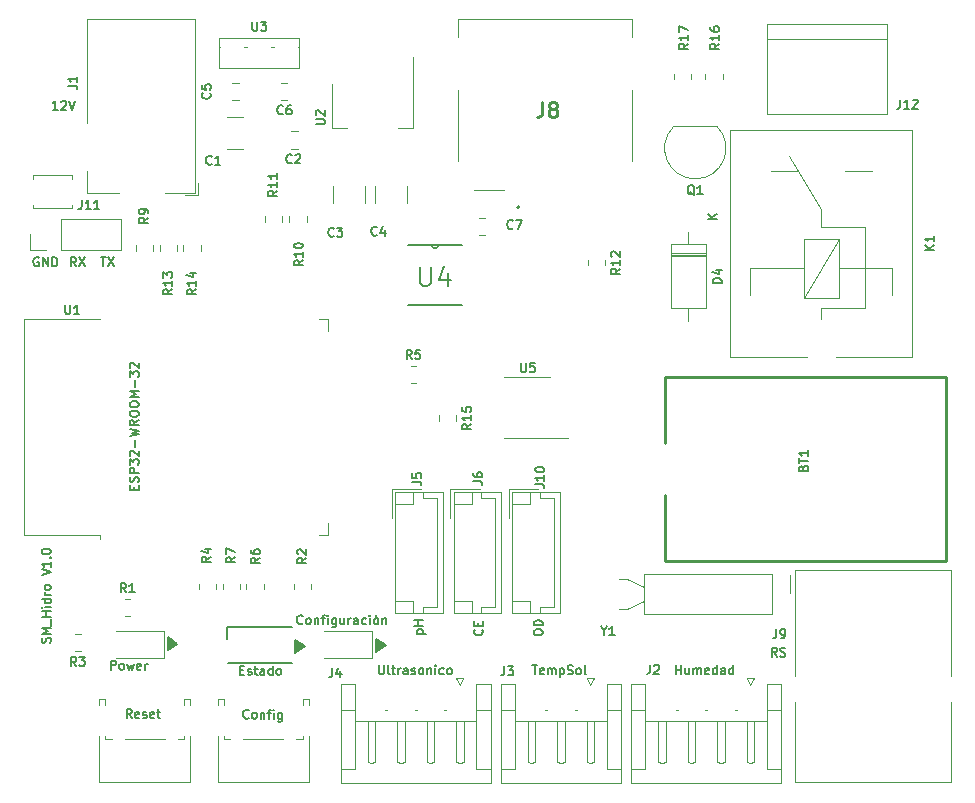
<source format=gbr>
%TF.GenerationSoftware,KiCad,Pcbnew,(6.0.2)*%
%TF.CreationDate,2022-06-23T10:44:52-05:00*%
%TF.ProjectId,ESP32,45535033-322e-46b6-9963-61645f706362,rev?*%
%TF.SameCoordinates,Original*%
%TF.FileFunction,Legend,Top*%
%TF.FilePolarity,Positive*%
%FSLAX46Y46*%
G04 Gerber Fmt 4.6, Leading zero omitted, Abs format (unit mm)*
G04 Created by KiCad (PCBNEW (6.0.2)) date 2022-06-23 10:44:52*
%MOMM*%
%LPD*%
G01*
G04 APERTURE LIST*
%ADD10C,0.150000*%
%ADD11C,0.127000*%
%ADD12C,0.254000*%
%ADD13C,0.120000*%
%ADD14C,0.152400*%
%ADD15C,0.100000*%
%ADD16C,0.200000*%
G04 APERTURE END LIST*
D10*
X32319428Y-41319000D02*
X32246857Y-41282714D01*
X32138000Y-41282714D01*
X32029142Y-41319000D01*
X31956571Y-41391571D01*
X31920285Y-41464142D01*
X31884000Y-41609285D01*
X31884000Y-41718142D01*
X31920285Y-41863285D01*
X31956571Y-41935857D01*
X32029142Y-42008428D01*
X32138000Y-42044714D01*
X32210571Y-42044714D01*
X32319428Y-42008428D01*
X32355714Y-41972142D01*
X32355714Y-41718142D01*
X32210571Y-41718142D01*
X32682285Y-42044714D02*
X32682285Y-41282714D01*
X33117714Y-42044714D01*
X33117714Y-41282714D01*
X33480571Y-42044714D02*
X33480571Y-41282714D01*
X33662000Y-41282714D01*
X33770857Y-41319000D01*
X33843428Y-41391571D01*
X33879714Y-41464142D01*
X33916000Y-41609285D01*
X33916000Y-41718142D01*
X33879714Y-41863285D01*
X33843428Y-41935857D01*
X33770857Y-42008428D01*
X33662000Y-42044714D01*
X33480571Y-42044714D01*
X37569428Y-41282714D02*
X38004857Y-41282714D01*
X37787142Y-42044714D02*
X37787142Y-41282714D01*
X38186285Y-41282714D02*
X38694285Y-42044714D01*
X38694285Y-41282714D02*
X38186285Y-42044714D01*
X35523000Y-42044714D02*
X35269000Y-41681857D01*
X35087571Y-42044714D02*
X35087571Y-41282714D01*
X35377857Y-41282714D01*
X35450428Y-41319000D01*
X35486714Y-41355285D01*
X35523000Y-41427857D01*
X35523000Y-41536714D01*
X35486714Y-41609285D01*
X35450428Y-41645571D01*
X35377857Y-41681857D01*
X35087571Y-41681857D01*
X35777000Y-41282714D02*
X36285000Y-42044714D01*
X36285000Y-41282714D02*
X35777000Y-42044714D01*
X44050000Y-74000000D02*
X43250000Y-74550000D01*
X43250000Y-74550000D02*
X43250000Y-73450000D01*
X43250000Y-73450000D02*
X44050000Y-74000000D01*
G36*
X44050000Y-74000000D02*
G01*
X43250000Y-74550000D01*
X43250000Y-73450000D01*
X44050000Y-74000000D01*
G37*
X44050000Y-74000000D02*
X43250000Y-74550000D01*
X43250000Y-73450000D01*
X44050000Y-74000000D01*
X61700000Y-74150000D02*
X60900000Y-74700000D01*
X60900000Y-74700000D02*
X60900000Y-73600000D01*
X60900000Y-73600000D02*
X61700000Y-74150000D01*
G36*
X61700000Y-74150000D02*
G01*
X60900000Y-74700000D01*
X60900000Y-73600000D01*
X61700000Y-74150000D01*
G37*
X61700000Y-74150000D02*
X60900000Y-74700000D01*
X60900000Y-73600000D01*
X61700000Y-74150000D01*
X54850000Y-74200000D02*
X54050000Y-74750000D01*
X54050000Y-74750000D02*
X54050000Y-73650000D01*
X54050000Y-73650000D02*
X54850000Y-74200000D01*
G36*
X54850000Y-74200000D02*
G01*
X54050000Y-74750000D01*
X54050000Y-73650000D01*
X54850000Y-74200000D01*
G37*
X54850000Y-74200000D02*
X54050000Y-74750000D01*
X54050000Y-73650000D01*
X54850000Y-74200000D01*
D11*
X38444142Y-76194714D02*
X38444142Y-75432714D01*
X38734428Y-75432714D01*
X38807000Y-75469000D01*
X38843285Y-75505285D01*
X38879571Y-75577857D01*
X38879571Y-75686714D01*
X38843285Y-75759285D01*
X38807000Y-75795571D01*
X38734428Y-75831857D01*
X38444142Y-75831857D01*
X39315000Y-76194714D02*
X39242428Y-76158428D01*
X39206142Y-76122142D01*
X39169857Y-76049571D01*
X39169857Y-75831857D01*
X39206142Y-75759285D01*
X39242428Y-75723000D01*
X39315000Y-75686714D01*
X39423857Y-75686714D01*
X39496428Y-75723000D01*
X39532714Y-75759285D01*
X39569000Y-75831857D01*
X39569000Y-76049571D01*
X39532714Y-76122142D01*
X39496428Y-76158428D01*
X39423857Y-76194714D01*
X39315000Y-76194714D01*
X39823000Y-75686714D02*
X39968142Y-76194714D01*
X40113285Y-75831857D01*
X40258428Y-76194714D01*
X40403571Y-75686714D01*
X40984142Y-76158428D02*
X40911571Y-76194714D01*
X40766428Y-76194714D01*
X40693857Y-76158428D01*
X40657571Y-76085857D01*
X40657571Y-75795571D01*
X40693857Y-75723000D01*
X40766428Y-75686714D01*
X40911571Y-75686714D01*
X40984142Y-75723000D01*
X41020428Y-75795571D01*
X41020428Y-75868142D01*
X40657571Y-75940714D01*
X41347000Y-76194714D02*
X41347000Y-75686714D01*
X41347000Y-75831857D02*
X41383285Y-75759285D01*
X41419571Y-75723000D01*
X41492142Y-75686714D01*
X41564714Y-75686714D01*
X40395571Y-60952142D02*
X40395571Y-60698142D01*
X40794714Y-60589285D02*
X40794714Y-60952142D01*
X40032714Y-60952142D01*
X40032714Y-60589285D01*
X40758428Y-60299000D02*
X40794714Y-60190142D01*
X40794714Y-60008714D01*
X40758428Y-59936142D01*
X40722142Y-59899857D01*
X40649571Y-59863571D01*
X40577000Y-59863571D01*
X40504428Y-59899857D01*
X40468142Y-59936142D01*
X40431857Y-60008714D01*
X40395571Y-60153857D01*
X40359285Y-60226428D01*
X40323000Y-60262714D01*
X40250428Y-60299000D01*
X40177857Y-60299000D01*
X40105285Y-60262714D01*
X40069000Y-60226428D01*
X40032714Y-60153857D01*
X40032714Y-59972428D01*
X40069000Y-59863571D01*
X40794714Y-59537000D02*
X40032714Y-59537000D01*
X40032714Y-59246714D01*
X40069000Y-59174142D01*
X40105285Y-59137857D01*
X40177857Y-59101571D01*
X40286714Y-59101571D01*
X40359285Y-59137857D01*
X40395571Y-59174142D01*
X40431857Y-59246714D01*
X40431857Y-59537000D01*
X40032714Y-58847571D02*
X40032714Y-58375857D01*
X40323000Y-58629857D01*
X40323000Y-58521000D01*
X40359285Y-58448428D01*
X40395571Y-58412142D01*
X40468142Y-58375857D01*
X40649571Y-58375857D01*
X40722142Y-58412142D01*
X40758428Y-58448428D01*
X40794714Y-58521000D01*
X40794714Y-58738714D01*
X40758428Y-58811285D01*
X40722142Y-58847571D01*
X40105285Y-58085571D02*
X40069000Y-58049285D01*
X40032714Y-57976714D01*
X40032714Y-57795285D01*
X40069000Y-57722714D01*
X40105285Y-57686428D01*
X40177857Y-57650142D01*
X40250428Y-57650142D01*
X40359285Y-57686428D01*
X40794714Y-58121857D01*
X40794714Y-57650142D01*
X40504428Y-57323571D02*
X40504428Y-56743000D01*
X40032714Y-56452714D02*
X40794714Y-56271285D01*
X40250428Y-56126142D01*
X40794714Y-55981000D01*
X40032714Y-55799571D01*
X40794714Y-55073857D02*
X40431857Y-55327857D01*
X40794714Y-55509285D02*
X40032714Y-55509285D01*
X40032714Y-55219000D01*
X40069000Y-55146428D01*
X40105285Y-55110142D01*
X40177857Y-55073857D01*
X40286714Y-55073857D01*
X40359285Y-55110142D01*
X40395571Y-55146428D01*
X40431857Y-55219000D01*
X40431857Y-55509285D01*
X40032714Y-54602142D02*
X40032714Y-54457000D01*
X40069000Y-54384428D01*
X40141571Y-54311857D01*
X40286714Y-54275571D01*
X40540714Y-54275571D01*
X40685857Y-54311857D01*
X40758428Y-54384428D01*
X40794714Y-54457000D01*
X40794714Y-54602142D01*
X40758428Y-54674714D01*
X40685857Y-54747285D01*
X40540714Y-54783571D01*
X40286714Y-54783571D01*
X40141571Y-54747285D01*
X40069000Y-54674714D01*
X40032714Y-54602142D01*
X40032714Y-53803857D02*
X40032714Y-53658714D01*
X40069000Y-53586142D01*
X40141571Y-53513571D01*
X40286714Y-53477285D01*
X40540714Y-53477285D01*
X40685857Y-53513571D01*
X40758428Y-53586142D01*
X40794714Y-53658714D01*
X40794714Y-53803857D01*
X40758428Y-53876428D01*
X40685857Y-53949000D01*
X40540714Y-53985285D01*
X40286714Y-53985285D01*
X40141571Y-53949000D01*
X40069000Y-53876428D01*
X40032714Y-53803857D01*
X40794714Y-53150714D02*
X40032714Y-53150714D01*
X40577000Y-52896714D01*
X40032714Y-52642714D01*
X40794714Y-52642714D01*
X40504428Y-52279857D02*
X40504428Y-51699285D01*
X40032714Y-51409000D02*
X40032714Y-50937285D01*
X40323000Y-51191285D01*
X40323000Y-51082428D01*
X40359285Y-51009857D01*
X40395571Y-50973571D01*
X40468142Y-50937285D01*
X40649571Y-50937285D01*
X40722142Y-50973571D01*
X40758428Y-51009857D01*
X40794714Y-51082428D01*
X40794714Y-51300142D01*
X40758428Y-51372714D01*
X40722142Y-51409000D01*
X40105285Y-50647000D02*
X40069000Y-50610714D01*
X40032714Y-50538142D01*
X40032714Y-50356714D01*
X40069000Y-50284142D01*
X40105285Y-50247857D01*
X40177857Y-50211571D01*
X40250428Y-50211571D01*
X40359285Y-50247857D01*
X40794714Y-50683285D01*
X40794714Y-50211571D01*
X50102571Y-80272142D02*
X50066285Y-80308428D01*
X49957428Y-80344714D01*
X49884857Y-80344714D01*
X49776000Y-80308428D01*
X49703428Y-80235857D01*
X49667142Y-80163285D01*
X49630857Y-80018142D01*
X49630857Y-79909285D01*
X49667142Y-79764142D01*
X49703428Y-79691571D01*
X49776000Y-79619000D01*
X49884857Y-79582714D01*
X49957428Y-79582714D01*
X50066285Y-79619000D01*
X50102571Y-79655285D01*
X50538000Y-80344714D02*
X50465428Y-80308428D01*
X50429142Y-80272142D01*
X50392857Y-80199571D01*
X50392857Y-79981857D01*
X50429142Y-79909285D01*
X50465428Y-79873000D01*
X50538000Y-79836714D01*
X50646857Y-79836714D01*
X50719428Y-79873000D01*
X50755714Y-79909285D01*
X50792000Y-79981857D01*
X50792000Y-80199571D01*
X50755714Y-80272142D01*
X50719428Y-80308428D01*
X50646857Y-80344714D01*
X50538000Y-80344714D01*
X51118571Y-79836714D02*
X51118571Y-80344714D01*
X51118571Y-79909285D02*
X51154857Y-79873000D01*
X51227428Y-79836714D01*
X51336285Y-79836714D01*
X51408857Y-79873000D01*
X51445142Y-79945571D01*
X51445142Y-80344714D01*
X51699142Y-79836714D02*
X51989428Y-79836714D01*
X51808000Y-80344714D02*
X51808000Y-79691571D01*
X51844285Y-79619000D01*
X51916857Y-79582714D01*
X51989428Y-79582714D01*
X52243428Y-80344714D02*
X52243428Y-79836714D01*
X52243428Y-79582714D02*
X52207142Y-79619000D01*
X52243428Y-79655285D01*
X52279714Y-79619000D01*
X52243428Y-79582714D01*
X52243428Y-79655285D01*
X52932857Y-79836714D02*
X52932857Y-80453571D01*
X52896571Y-80526142D01*
X52860285Y-80562428D01*
X52787714Y-80598714D01*
X52678857Y-80598714D01*
X52606285Y-80562428D01*
X52932857Y-80308428D02*
X52860285Y-80344714D01*
X52715142Y-80344714D01*
X52642571Y-80308428D01*
X52606285Y-80272142D01*
X52570000Y-80199571D01*
X52570000Y-79981857D01*
X52606285Y-79909285D01*
X52642571Y-79873000D01*
X52715142Y-79836714D01*
X52860285Y-79836714D01*
X52932857Y-79873000D01*
X74095857Y-75832714D02*
X74531285Y-75832714D01*
X74313571Y-76594714D02*
X74313571Y-75832714D01*
X75075571Y-76558428D02*
X75003000Y-76594714D01*
X74857857Y-76594714D01*
X74785285Y-76558428D01*
X74749000Y-76485857D01*
X74749000Y-76195571D01*
X74785285Y-76123000D01*
X74857857Y-76086714D01*
X75003000Y-76086714D01*
X75075571Y-76123000D01*
X75111857Y-76195571D01*
X75111857Y-76268142D01*
X74749000Y-76340714D01*
X75438428Y-76594714D02*
X75438428Y-76086714D01*
X75438428Y-76159285D02*
X75474714Y-76123000D01*
X75547285Y-76086714D01*
X75656142Y-76086714D01*
X75728714Y-76123000D01*
X75765000Y-76195571D01*
X75765000Y-76594714D01*
X75765000Y-76195571D02*
X75801285Y-76123000D01*
X75873857Y-76086714D01*
X75982714Y-76086714D01*
X76055285Y-76123000D01*
X76091571Y-76195571D01*
X76091571Y-76594714D01*
X76454428Y-76086714D02*
X76454428Y-76848714D01*
X76454428Y-76123000D02*
X76527000Y-76086714D01*
X76672142Y-76086714D01*
X76744714Y-76123000D01*
X76781000Y-76159285D01*
X76817285Y-76231857D01*
X76817285Y-76449571D01*
X76781000Y-76522142D01*
X76744714Y-76558428D01*
X76672142Y-76594714D01*
X76527000Y-76594714D01*
X76454428Y-76558428D01*
X77107571Y-76558428D02*
X77216428Y-76594714D01*
X77397857Y-76594714D01*
X77470428Y-76558428D01*
X77506714Y-76522142D01*
X77543000Y-76449571D01*
X77543000Y-76377000D01*
X77506714Y-76304428D01*
X77470428Y-76268142D01*
X77397857Y-76231857D01*
X77252714Y-76195571D01*
X77180142Y-76159285D01*
X77143857Y-76123000D01*
X77107571Y-76050428D01*
X77107571Y-75977857D01*
X77143857Y-75905285D01*
X77180142Y-75869000D01*
X77252714Y-75832714D01*
X77434142Y-75832714D01*
X77543000Y-75869000D01*
X77978428Y-76594714D02*
X77905857Y-76558428D01*
X77869571Y-76522142D01*
X77833285Y-76449571D01*
X77833285Y-76231857D01*
X77869571Y-76159285D01*
X77905857Y-76123000D01*
X77978428Y-76086714D01*
X78087285Y-76086714D01*
X78159857Y-76123000D01*
X78196142Y-76159285D01*
X78232428Y-76231857D01*
X78232428Y-76449571D01*
X78196142Y-76522142D01*
X78159857Y-76558428D01*
X78087285Y-76594714D01*
X77978428Y-76594714D01*
X78667857Y-76594714D02*
X78595285Y-76558428D01*
X78559000Y-76485857D01*
X78559000Y-75832714D01*
X33945285Y-28792714D02*
X33509857Y-28792714D01*
X33727571Y-28792714D02*
X33727571Y-28030714D01*
X33655000Y-28139571D01*
X33582428Y-28212142D01*
X33509857Y-28248428D01*
X34235571Y-28103285D02*
X34271857Y-28067000D01*
X34344428Y-28030714D01*
X34525857Y-28030714D01*
X34598428Y-28067000D01*
X34634714Y-28103285D01*
X34671000Y-28175857D01*
X34671000Y-28248428D01*
X34634714Y-28357285D01*
X34199285Y-28792714D01*
X34671000Y-28792714D01*
X34888714Y-28030714D02*
X35142714Y-28792714D01*
X35396714Y-28030714D01*
X40206571Y-80294714D02*
X39952571Y-79931857D01*
X39771142Y-80294714D02*
X39771142Y-79532714D01*
X40061428Y-79532714D01*
X40134000Y-79569000D01*
X40170285Y-79605285D01*
X40206571Y-79677857D01*
X40206571Y-79786714D01*
X40170285Y-79859285D01*
X40134000Y-79895571D01*
X40061428Y-79931857D01*
X39771142Y-79931857D01*
X40823428Y-80258428D02*
X40750857Y-80294714D01*
X40605714Y-80294714D01*
X40533142Y-80258428D01*
X40496857Y-80185857D01*
X40496857Y-79895571D01*
X40533142Y-79823000D01*
X40605714Y-79786714D01*
X40750857Y-79786714D01*
X40823428Y-79823000D01*
X40859714Y-79895571D01*
X40859714Y-79968142D01*
X40496857Y-80040714D01*
X41150000Y-80258428D02*
X41222571Y-80294714D01*
X41367714Y-80294714D01*
X41440285Y-80258428D01*
X41476571Y-80185857D01*
X41476571Y-80149571D01*
X41440285Y-80077000D01*
X41367714Y-80040714D01*
X41258857Y-80040714D01*
X41186285Y-80004428D01*
X41150000Y-79931857D01*
X41150000Y-79895571D01*
X41186285Y-79823000D01*
X41258857Y-79786714D01*
X41367714Y-79786714D01*
X41440285Y-79823000D01*
X42093428Y-80258428D02*
X42020857Y-80294714D01*
X41875714Y-80294714D01*
X41803142Y-80258428D01*
X41766857Y-80185857D01*
X41766857Y-79895571D01*
X41803142Y-79823000D01*
X41875714Y-79786714D01*
X42020857Y-79786714D01*
X42093428Y-79823000D01*
X42129714Y-79895571D01*
X42129714Y-79968142D01*
X41766857Y-80040714D01*
X42347428Y-79786714D02*
X42637714Y-79786714D01*
X42456285Y-79532714D02*
X42456285Y-80185857D01*
X42492571Y-80258428D01*
X42565142Y-80294714D01*
X42637714Y-80294714D01*
X69872142Y-72808857D02*
X69908428Y-72845142D01*
X69944714Y-72954000D01*
X69944714Y-73026571D01*
X69908428Y-73135428D01*
X69835857Y-73208000D01*
X69763285Y-73244285D01*
X69618142Y-73280571D01*
X69509285Y-73280571D01*
X69364142Y-73244285D01*
X69291571Y-73208000D01*
X69219000Y-73135428D01*
X69182714Y-73026571D01*
X69182714Y-72954000D01*
X69219000Y-72845142D01*
X69255285Y-72808857D01*
X69545571Y-72482285D02*
X69545571Y-72228285D01*
X69944714Y-72119428D02*
X69944714Y-72482285D01*
X69182714Y-72482285D01*
X69182714Y-72119428D01*
X94823000Y-75094714D02*
X94569000Y-74731857D01*
X94387571Y-75094714D02*
X94387571Y-74332714D01*
X94677857Y-74332714D01*
X94750428Y-74369000D01*
X94786714Y-74405285D01*
X94823000Y-74477857D01*
X94823000Y-74586714D01*
X94786714Y-74659285D01*
X94750428Y-74695571D01*
X94677857Y-74731857D01*
X94387571Y-74731857D01*
X95113285Y-75058428D02*
X95222142Y-75094714D01*
X95403571Y-75094714D01*
X95476142Y-75058428D01*
X95512428Y-75022142D01*
X95548714Y-74949571D01*
X95548714Y-74877000D01*
X95512428Y-74804428D01*
X95476142Y-74768142D01*
X95403571Y-74731857D01*
X95258428Y-74695571D01*
X95185857Y-74659285D01*
X95149571Y-74623000D01*
X95113285Y-74550428D01*
X95113285Y-74477857D01*
X95149571Y-74405285D01*
X95185857Y-74369000D01*
X95258428Y-74332714D01*
X95439857Y-74332714D01*
X95548714Y-74369000D01*
X86268857Y-76594714D02*
X86268857Y-75832714D01*
X86268857Y-76195571D02*
X86704285Y-76195571D01*
X86704285Y-76594714D02*
X86704285Y-75832714D01*
X87393714Y-76086714D02*
X87393714Y-76594714D01*
X87067142Y-76086714D02*
X87067142Y-76485857D01*
X87103428Y-76558428D01*
X87176000Y-76594714D01*
X87284857Y-76594714D01*
X87357428Y-76558428D01*
X87393714Y-76522142D01*
X87756571Y-76594714D02*
X87756571Y-76086714D01*
X87756571Y-76159285D02*
X87792857Y-76123000D01*
X87865428Y-76086714D01*
X87974285Y-76086714D01*
X88046857Y-76123000D01*
X88083142Y-76195571D01*
X88083142Y-76594714D01*
X88083142Y-76195571D02*
X88119428Y-76123000D01*
X88192000Y-76086714D01*
X88300857Y-76086714D01*
X88373428Y-76123000D01*
X88409714Y-76195571D01*
X88409714Y-76594714D01*
X89062857Y-76558428D02*
X88990285Y-76594714D01*
X88845142Y-76594714D01*
X88772571Y-76558428D01*
X88736285Y-76485857D01*
X88736285Y-76195571D01*
X88772571Y-76123000D01*
X88845142Y-76086714D01*
X88990285Y-76086714D01*
X89062857Y-76123000D01*
X89099142Y-76195571D01*
X89099142Y-76268142D01*
X88736285Y-76340714D01*
X89752285Y-76594714D02*
X89752285Y-75832714D01*
X89752285Y-76558428D02*
X89679714Y-76594714D01*
X89534571Y-76594714D01*
X89462000Y-76558428D01*
X89425714Y-76522142D01*
X89389428Y-76449571D01*
X89389428Y-76231857D01*
X89425714Y-76159285D01*
X89462000Y-76123000D01*
X89534571Y-76086714D01*
X89679714Y-76086714D01*
X89752285Y-76123000D01*
X90441714Y-76594714D02*
X90441714Y-76195571D01*
X90405428Y-76123000D01*
X90332857Y-76086714D01*
X90187714Y-76086714D01*
X90115142Y-76123000D01*
X90441714Y-76558428D02*
X90369142Y-76594714D01*
X90187714Y-76594714D01*
X90115142Y-76558428D01*
X90078857Y-76485857D01*
X90078857Y-76413285D01*
X90115142Y-76340714D01*
X90187714Y-76304428D01*
X90369142Y-76304428D01*
X90441714Y-76268142D01*
X91131142Y-76594714D02*
X91131142Y-75832714D01*
X91131142Y-76558428D02*
X91058571Y-76594714D01*
X90913428Y-76594714D01*
X90840857Y-76558428D01*
X90804571Y-76522142D01*
X90768285Y-76449571D01*
X90768285Y-76231857D01*
X90804571Y-76159285D01*
X90840857Y-76123000D01*
X90913428Y-76086714D01*
X91058571Y-76086714D01*
X91131142Y-76123000D01*
X33308428Y-73923285D02*
X33344714Y-73814428D01*
X33344714Y-73633000D01*
X33308428Y-73560428D01*
X33272142Y-73524142D01*
X33199571Y-73487857D01*
X33127000Y-73487857D01*
X33054428Y-73524142D01*
X33018142Y-73560428D01*
X32981857Y-73633000D01*
X32945571Y-73778142D01*
X32909285Y-73850714D01*
X32873000Y-73887000D01*
X32800428Y-73923285D01*
X32727857Y-73923285D01*
X32655285Y-73887000D01*
X32619000Y-73850714D01*
X32582714Y-73778142D01*
X32582714Y-73596714D01*
X32619000Y-73487857D01*
X33344714Y-73161285D02*
X32582714Y-73161285D01*
X33127000Y-72907285D01*
X32582714Y-72653285D01*
X33344714Y-72653285D01*
X33417285Y-72471857D02*
X33417285Y-71891285D01*
X33344714Y-71709857D02*
X32582714Y-71709857D01*
X32945571Y-71709857D02*
X32945571Y-71274428D01*
X33344714Y-71274428D02*
X32582714Y-71274428D01*
X33344714Y-70911571D02*
X32836714Y-70911571D01*
X32582714Y-70911571D02*
X32619000Y-70947857D01*
X32655285Y-70911571D01*
X32619000Y-70875285D01*
X32582714Y-70911571D01*
X32655285Y-70911571D01*
X33344714Y-70222142D02*
X32582714Y-70222142D01*
X33308428Y-70222142D02*
X33344714Y-70294714D01*
X33344714Y-70439857D01*
X33308428Y-70512428D01*
X33272142Y-70548714D01*
X33199571Y-70585000D01*
X32981857Y-70585000D01*
X32909285Y-70548714D01*
X32873000Y-70512428D01*
X32836714Y-70439857D01*
X32836714Y-70294714D01*
X32873000Y-70222142D01*
X33344714Y-69859285D02*
X32836714Y-69859285D01*
X32981857Y-69859285D02*
X32909285Y-69823000D01*
X32873000Y-69786714D01*
X32836714Y-69714142D01*
X32836714Y-69641571D01*
X33344714Y-69278714D02*
X33308428Y-69351285D01*
X33272142Y-69387571D01*
X33199571Y-69423857D01*
X32981857Y-69423857D01*
X32909285Y-69387571D01*
X32873000Y-69351285D01*
X32836714Y-69278714D01*
X32836714Y-69169857D01*
X32873000Y-69097285D01*
X32909285Y-69061000D01*
X32981857Y-69024714D01*
X33199571Y-69024714D01*
X33272142Y-69061000D01*
X33308428Y-69097285D01*
X33344714Y-69169857D01*
X33344714Y-69278714D01*
X32582714Y-68226428D02*
X33344714Y-67972428D01*
X32582714Y-67718428D01*
X33344714Y-67065285D02*
X33344714Y-67500714D01*
X33344714Y-67283000D02*
X32582714Y-67283000D01*
X32691571Y-67355571D01*
X32764142Y-67428142D01*
X32800428Y-67500714D01*
X33272142Y-66738714D02*
X33308428Y-66702428D01*
X33344714Y-66738714D01*
X33308428Y-66775000D01*
X33272142Y-66738714D01*
X33344714Y-66738714D01*
X32582714Y-66230714D02*
X32582714Y-66158142D01*
X32619000Y-66085571D01*
X32655285Y-66049285D01*
X32727857Y-66013000D01*
X32873000Y-65976714D01*
X33054428Y-65976714D01*
X33199571Y-66013000D01*
X33272142Y-66049285D01*
X33308428Y-66085571D01*
X33344714Y-66158142D01*
X33344714Y-66230714D01*
X33308428Y-66303285D01*
X33272142Y-66339571D01*
X33199571Y-66375857D01*
X33054428Y-66412142D01*
X32873000Y-66412142D01*
X32727857Y-66375857D01*
X32655285Y-66339571D01*
X32619000Y-66303285D01*
X32582714Y-66230714D01*
X49376428Y-76245571D02*
X49630428Y-76245571D01*
X49739285Y-76644714D02*
X49376428Y-76644714D01*
X49376428Y-75882714D01*
X49739285Y-75882714D01*
X50029571Y-76608428D02*
X50102142Y-76644714D01*
X50247285Y-76644714D01*
X50319857Y-76608428D01*
X50356142Y-76535857D01*
X50356142Y-76499571D01*
X50319857Y-76427000D01*
X50247285Y-76390714D01*
X50138428Y-76390714D01*
X50065857Y-76354428D01*
X50029571Y-76281857D01*
X50029571Y-76245571D01*
X50065857Y-76173000D01*
X50138428Y-76136714D01*
X50247285Y-76136714D01*
X50319857Y-76173000D01*
X50573857Y-76136714D02*
X50864142Y-76136714D01*
X50682714Y-75882714D02*
X50682714Y-76535857D01*
X50719000Y-76608428D01*
X50791571Y-76644714D01*
X50864142Y-76644714D01*
X51444714Y-76644714D02*
X51444714Y-76245571D01*
X51408428Y-76173000D01*
X51335857Y-76136714D01*
X51190714Y-76136714D01*
X51118142Y-76173000D01*
X51444714Y-76608428D02*
X51372142Y-76644714D01*
X51190714Y-76644714D01*
X51118142Y-76608428D01*
X51081857Y-76535857D01*
X51081857Y-76463285D01*
X51118142Y-76390714D01*
X51190714Y-76354428D01*
X51372142Y-76354428D01*
X51444714Y-76318142D01*
X52134142Y-76644714D02*
X52134142Y-75882714D01*
X52134142Y-76608428D02*
X52061571Y-76644714D01*
X51916428Y-76644714D01*
X51843857Y-76608428D01*
X51807571Y-76572142D01*
X51771285Y-76499571D01*
X51771285Y-76281857D01*
X51807571Y-76209285D01*
X51843857Y-76173000D01*
X51916428Y-76136714D01*
X52061571Y-76136714D01*
X52134142Y-76173000D01*
X52605857Y-76644714D02*
X52533285Y-76608428D01*
X52497000Y-76572142D01*
X52460714Y-76499571D01*
X52460714Y-76281857D01*
X52497000Y-76209285D01*
X52533285Y-76173000D01*
X52605857Y-76136714D01*
X52714714Y-76136714D01*
X52787285Y-76173000D01*
X52823571Y-76209285D01*
X52859857Y-76281857D01*
X52859857Y-76499571D01*
X52823571Y-76572142D01*
X52787285Y-76608428D01*
X52714714Y-76644714D01*
X52605857Y-76644714D01*
X74232714Y-73103571D02*
X74232714Y-72958428D01*
X74269000Y-72885857D01*
X74341571Y-72813285D01*
X74486714Y-72777000D01*
X74740714Y-72777000D01*
X74885857Y-72813285D01*
X74958428Y-72885857D01*
X74994714Y-72958428D01*
X74994714Y-73103571D01*
X74958428Y-73176142D01*
X74885857Y-73248714D01*
X74740714Y-73285000D01*
X74486714Y-73285000D01*
X74341571Y-73248714D01*
X74269000Y-73176142D01*
X74232714Y-73103571D01*
X74994714Y-72450428D02*
X74232714Y-72450428D01*
X74232714Y-72269000D01*
X74269000Y-72160142D01*
X74341571Y-72087571D01*
X74414142Y-72051285D01*
X74559285Y-72015000D01*
X74668142Y-72015000D01*
X74813285Y-72051285D01*
X74885857Y-72087571D01*
X74958428Y-72160142D01*
X74994714Y-72269000D01*
X74994714Y-72450428D01*
X61133857Y-75832714D02*
X61133857Y-76449571D01*
X61170142Y-76522142D01*
X61206428Y-76558428D01*
X61279000Y-76594714D01*
X61424142Y-76594714D01*
X61496714Y-76558428D01*
X61533000Y-76522142D01*
X61569285Y-76449571D01*
X61569285Y-75832714D01*
X62041000Y-76594714D02*
X61968428Y-76558428D01*
X61932142Y-76485857D01*
X61932142Y-75832714D01*
X62222428Y-76086714D02*
X62512714Y-76086714D01*
X62331285Y-75832714D02*
X62331285Y-76485857D01*
X62367571Y-76558428D01*
X62440142Y-76594714D01*
X62512714Y-76594714D01*
X62766714Y-76594714D02*
X62766714Y-76086714D01*
X62766714Y-76231857D02*
X62803000Y-76159285D01*
X62839285Y-76123000D01*
X62911857Y-76086714D01*
X62984428Y-76086714D01*
X63565000Y-76594714D02*
X63565000Y-76195571D01*
X63528714Y-76123000D01*
X63456142Y-76086714D01*
X63311000Y-76086714D01*
X63238428Y-76123000D01*
X63565000Y-76558428D02*
X63492428Y-76594714D01*
X63311000Y-76594714D01*
X63238428Y-76558428D01*
X63202142Y-76485857D01*
X63202142Y-76413285D01*
X63238428Y-76340714D01*
X63311000Y-76304428D01*
X63492428Y-76304428D01*
X63565000Y-76268142D01*
X63891571Y-76558428D02*
X63964142Y-76594714D01*
X64109285Y-76594714D01*
X64181857Y-76558428D01*
X64218142Y-76485857D01*
X64218142Y-76449571D01*
X64181857Y-76377000D01*
X64109285Y-76340714D01*
X64000428Y-76340714D01*
X63927857Y-76304428D01*
X63891571Y-76231857D01*
X63891571Y-76195571D01*
X63927857Y-76123000D01*
X64000428Y-76086714D01*
X64109285Y-76086714D01*
X64181857Y-76123000D01*
X64653571Y-76594714D02*
X64581000Y-76558428D01*
X64544714Y-76522142D01*
X64508428Y-76449571D01*
X64508428Y-76231857D01*
X64544714Y-76159285D01*
X64581000Y-76123000D01*
X64653571Y-76086714D01*
X64762428Y-76086714D01*
X64835000Y-76123000D01*
X64871285Y-76159285D01*
X64907571Y-76231857D01*
X64907571Y-76449571D01*
X64871285Y-76522142D01*
X64835000Y-76558428D01*
X64762428Y-76594714D01*
X64653571Y-76594714D01*
X65234142Y-76086714D02*
X65234142Y-76594714D01*
X65234142Y-76159285D02*
X65270428Y-76123000D01*
X65343000Y-76086714D01*
X65451857Y-76086714D01*
X65524428Y-76123000D01*
X65560714Y-76195571D01*
X65560714Y-76594714D01*
X65923571Y-76594714D02*
X65923571Y-76086714D01*
X65923571Y-75832714D02*
X65887285Y-75869000D01*
X65923571Y-75905285D01*
X65959857Y-75869000D01*
X65923571Y-75832714D01*
X65923571Y-75905285D01*
X66613000Y-76558428D02*
X66540428Y-76594714D01*
X66395285Y-76594714D01*
X66322714Y-76558428D01*
X66286428Y-76522142D01*
X66250142Y-76449571D01*
X66250142Y-76231857D01*
X66286428Y-76159285D01*
X66322714Y-76123000D01*
X66395285Y-76086714D01*
X66540428Y-76086714D01*
X66613000Y-76123000D01*
X67048428Y-76594714D02*
X66975857Y-76558428D01*
X66939571Y-76522142D01*
X66903285Y-76449571D01*
X66903285Y-76231857D01*
X66939571Y-76159285D01*
X66975857Y-76123000D01*
X67048428Y-76086714D01*
X67157285Y-76086714D01*
X67229857Y-76123000D01*
X67266142Y-76159285D01*
X67302428Y-76231857D01*
X67302428Y-76449571D01*
X67266142Y-76522142D01*
X67229857Y-76558428D01*
X67157285Y-76594714D01*
X67048428Y-76594714D01*
X54679857Y-72272142D02*
X54643571Y-72308428D01*
X54534714Y-72344714D01*
X54462142Y-72344714D01*
X54353285Y-72308428D01*
X54280714Y-72235857D01*
X54244428Y-72163285D01*
X54208142Y-72018142D01*
X54208142Y-71909285D01*
X54244428Y-71764142D01*
X54280714Y-71691571D01*
X54353285Y-71619000D01*
X54462142Y-71582714D01*
X54534714Y-71582714D01*
X54643571Y-71619000D01*
X54679857Y-71655285D01*
X55115285Y-72344714D02*
X55042714Y-72308428D01*
X55006428Y-72272142D01*
X54970142Y-72199571D01*
X54970142Y-71981857D01*
X55006428Y-71909285D01*
X55042714Y-71873000D01*
X55115285Y-71836714D01*
X55224142Y-71836714D01*
X55296714Y-71873000D01*
X55333000Y-71909285D01*
X55369285Y-71981857D01*
X55369285Y-72199571D01*
X55333000Y-72272142D01*
X55296714Y-72308428D01*
X55224142Y-72344714D01*
X55115285Y-72344714D01*
X55695857Y-71836714D02*
X55695857Y-72344714D01*
X55695857Y-71909285D02*
X55732142Y-71873000D01*
X55804714Y-71836714D01*
X55913571Y-71836714D01*
X55986142Y-71873000D01*
X56022428Y-71945571D01*
X56022428Y-72344714D01*
X56276428Y-71836714D02*
X56566714Y-71836714D01*
X56385285Y-72344714D02*
X56385285Y-71691571D01*
X56421571Y-71619000D01*
X56494142Y-71582714D01*
X56566714Y-71582714D01*
X56820714Y-72344714D02*
X56820714Y-71836714D01*
X56820714Y-71582714D02*
X56784428Y-71619000D01*
X56820714Y-71655285D01*
X56857000Y-71619000D01*
X56820714Y-71582714D01*
X56820714Y-71655285D01*
X57510142Y-71836714D02*
X57510142Y-72453571D01*
X57473857Y-72526142D01*
X57437571Y-72562428D01*
X57365000Y-72598714D01*
X57256142Y-72598714D01*
X57183571Y-72562428D01*
X57510142Y-72308428D02*
X57437571Y-72344714D01*
X57292428Y-72344714D01*
X57219857Y-72308428D01*
X57183571Y-72272142D01*
X57147285Y-72199571D01*
X57147285Y-71981857D01*
X57183571Y-71909285D01*
X57219857Y-71873000D01*
X57292428Y-71836714D01*
X57437571Y-71836714D01*
X57510142Y-71873000D01*
X58199571Y-71836714D02*
X58199571Y-72344714D01*
X57873000Y-71836714D02*
X57873000Y-72235857D01*
X57909285Y-72308428D01*
X57981857Y-72344714D01*
X58090714Y-72344714D01*
X58163285Y-72308428D01*
X58199571Y-72272142D01*
X58562428Y-72344714D02*
X58562428Y-71836714D01*
X58562428Y-71981857D02*
X58598714Y-71909285D01*
X58635000Y-71873000D01*
X58707571Y-71836714D01*
X58780142Y-71836714D01*
X59360714Y-72344714D02*
X59360714Y-71945571D01*
X59324428Y-71873000D01*
X59251857Y-71836714D01*
X59106714Y-71836714D01*
X59034142Y-71873000D01*
X59360714Y-72308428D02*
X59288142Y-72344714D01*
X59106714Y-72344714D01*
X59034142Y-72308428D01*
X58997857Y-72235857D01*
X58997857Y-72163285D01*
X59034142Y-72090714D01*
X59106714Y-72054428D01*
X59288142Y-72054428D01*
X59360714Y-72018142D01*
X60050142Y-72308428D02*
X59977571Y-72344714D01*
X59832428Y-72344714D01*
X59759857Y-72308428D01*
X59723571Y-72272142D01*
X59687285Y-72199571D01*
X59687285Y-71981857D01*
X59723571Y-71909285D01*
X59759857Y-71873000D01*
X59832428Y-71836714D01*
X59977571Y-71836714D01*
X60050142Y-71873000D01*
X60376714Y-72344714D02*
X60376714Y-71836714D01*
X60376714Y-71582714D02*
X60340428Y-71619000D01*
X60376714Y-71655285D01*
X60413000Y-71619000D01*
X60376714Y-71582714D01*
X60376714Y-71655285D01*
X60848428Y-72344714D02*
X60775857Y-72308428D01*
X60739571Y-72272142D01*
X60703285Y-72199571D01*
X60703285Y-71981857D01*
X60739571Y-71909285D01*
X60775857Y-71873000D01*
X60848428Y-71836714D01*
X60957285Y-71836714D01*
X61029857Y-71873000D01*
X61066142Y-71909285D01*
X61102428Y-71981857D01*
X61102428Y-72199571D01*
X61066142Y-72272142D01*
X61029857Y-72308428D01*
X60957285Y-72344714D01*
X60848428Y-72344714D01*
X60993571Y-71546428D02*
X60884714Y-71655285D01*
X61429000Y-71836714D02*
X61429000Y-72344714D01*
X61429000Y-71909285D02*
X61465285Y-71873000D01*
X61537857Y-71836714D01*
X61646714Y-71836714D01*
X61719285Y-71873000D01*
X61755571Y-71945571D01*
X61755571Y-72344714D01*
X64336714Y-73162428D02*
X65098714Y-73162428D01*
X64373000Y-73162428D02*
X64336714Y-73089857D01*
X64336714Y-72944714D01*
X64373000Y-72872142D01*
X64409285Y-72835857D01*
X64481857Y-72799571D01*
X64699571Y-72799571D01*
X64772142Y-72835857D01*
X64808428Y-72872142D01*
X64844714Y-72944714D01*
X64844714Y-73089857D01*
X64808428Y-73162428D01*
X64844714Y-72473000D02*
X64082714Y-72473000D01*
X64445571Y-72473000D02*
X64445571Y-72037571D01*
X64844714Y-72037571D02*
X64082714Y-72037571D01*
D10*
%TO.C,R17*%
X87294705Y-23189858D02*
X86931848Y-23443858D01*
X87294705Y-23625286D02*
X86532705Y-23625286D01*
X86532705Y-23335001D01*
X86568991Y-23262429D01*
X86605276Y-23226143D01*
X86677848Y-23189858D01*
X86786705Y-23189858D01*
X86859276Y-23226143D01*
X86895562Y-23262429D01*
X86931848Y-23335001D01*
X86931848Y-23625286D01*
X87294705Y-22464143D02*
X87294705Y-22899572D01*
X87294705Y-22681858D02*
X86532705Y-22681858D01*
X86641562Y-22754429D01*
X86714133Y-22827001D01*
X86750419Y-22899572D01*
X86532705Y-22210143D02*
X86532705Y-21702143D01*
X87294705Y-22028715D01*
D11*
%TO.C,R15*%
X68944704Y-55389849D02*
X68581847Y-55643849D01*
X68944704Y-55825277D02*
X68182704Y-55825277D01*
X68182704Y-55534992D01*
X68218990Y-55462420D01*
X68255275Y-55426134D01*
X68327847Y-55389849D01*
X68436704Y-55389849D01*
X68509275Y-55426134D01*
X68545561Y-55462420D01*
X68581847Y-55534992D01*
X68581847Y-55825277D01*
X68944704Y-54664134D02*
X68944704Y-55099563D01*
X68944704Y-54881849D02*
X68182704Y-54881849D01*
X68291561Y-54954420D01*
X68364132Y-55026992D01*
X68400418Y-55099563D01*
X68182704Y-53974706D02*
X68182704Y-54337563D01*
X68545561Y-54373849D01*
X68509275Y-54337563D01*
X68472990Y-54264992D01*
X68472990Y-54083563D01*
X68509275Y-54010992D01*
X68545561Y-53974706D01*
X68618132Y-53938420D01*
X68799561Y-53938420D01*
X68872132Y-53974706D01*
X68908418Y-54010992D01*
X68944704Y-54083563D01*
X68944704Y-54264992D01*
X68908418Y-54337563D01*
X68872132Y-54373849D01*
%TO.C,J3*%
X71746008Y-75932726D02*
X71746008Y-76477012D01*
X71709722Y-76585869D01*
X71637150Y-76658440D01*
X71528293Y-76694726D01*
X71455722Y-76694726D01*
X72036293Y-75932726D02*
X72508008Y-75932726D01*
X72254008Y-76223012D01*
X72362865Y-76223012D01*
X72435436Y-76259297D01*
X72471722Y-76295583D01*
X72508008Y-76368154D01*
X72508008Y-76549583D01*
X72471722Y-76622154D01*
X72435436Y-76658440D01*
X72362865Y-76694726D01*
X72145150Y-76694726D01*
X72072579Y-76658440D01*
X72036293Y-76622154D01*
%TO.C,R2*%
X54994719Y-66727000D02*
X54631862Y-66981000D01*
X54994719Y-67162428D02*
X54232719Y-67162428D01*
X54232719Y-66872142D01*
X54269005Y-66799571D01*
X54305290Y-66763285D01*
X54377862Y-66727000D01*
X54486719Y-66727000D01*
X54559290Y-66763285D01*
X54595576Y-66799571D01*
X54631862Y-66872142D01*
X54631862Y-67162428D01*
X54305290Y-66436714D02*
X54269005Y-66400428D01*
X54232719Y-66327857D01*
X54232719Y-66146428D01*
X54269005Y-66073857D01*
X54305290Y-66037571D01*
X54377862Y-66001285D01*
X54450433Y-66001285D01*
X54559290Y-66037571D01*
X54994719Y-66473000D01*
X54994719Y-66001285D01*
D10*
%TO.C,U4*%
X64598058Y-42100167D02*
X64598058Y-43430354D01*
X64676305Y-43586847D01*
X64754551Y-43665093D01*
X64911044Y-43743340D01*
X65224029Y-43743340D01*
X65380522Y-43665093D01*
X65458768Y-43586847D01*
X65537014Y-43430354D01*
X65537014Y-42100167D01*
X67023695Y-42647891D02*
X67023695Y-43743340D01*
X66632463Y-42021920D02*
X66241231Y-43195615D01*
X67258434Y-43195615D01*
D11*
%TO.C,J1*%
X34840213Y-26753991D02*
X35384499Y-26753991D01*
X35493356Y-26790276D01*
X35565927Y-26862848D01*
X35602213Y-26971705D01*
X35602213Y-27044276D01*
X35602213Y-25991991D02*
X35602213Y-26427419D01*
X35602213Y-26209705D02*
X34840213Y-26209705D01*
X34949070Y-26282276D01*
X35021641Y-26354848D01*
X35057927Y-26427419D01*
D10*
%TO.C,R16*%
X89944713Y-23189858D02*
X89581856Y-23443858D01*
X89944713Y-23625286D02*
X89182713Y-23625286D01*
X89182713Y-23335001D01*
X89218999Y-23262429D01*
X89255284Y-23226143D01*
X89327856Y-23189858D01*
X89436713Y-23189858D01*
X89509284Y-23226143D01*
X89545570Y-23262429D01*
X89581856Y-23335001D01*
X89581856Y-23625286D01*
X89944713Y-22464143D02*
X89944713Y-22899572D01*
X89944713Y-22681858D02*
X89182713Y-22681858D01*
X89291570Y-22754429D01*
X89364141Y-22827001D01*
X89400427Y-22899572D01*
X89182713Y-21811001D02*
X89182713Y-21956143D01*
X89218999Y-22028715D01*
X89255284Y-22065001D01*
X89364141Y-22137572D01*
X89509284Y-22173858D01*
X89799570Y-22173858D01*
X89872141Y-22137572D01*
X89908427Y-22101286D01*
X89944713Y-22028715D01*
X89944713Y-21883572D01*
X89908427Y-21811001D01*
X89872141Y-21774715D01*
X89799570Y-21738429D01*
X89618141Y-21738429D01*
X89545570Y-21774715D01*
X89509284Y-21811001D01*
X89472999Y-21883572D01*
X89472999Y-22028715D01*
X89509284Y-22101286D01*
X89545570Y-22137572D01*
X89618141Y-22173858D01*
D11*
%TO.C,U1*%
X34569428Y-45332714D02*
X34569428Y-45949571D01*
X34605714Y-46022142D01*
X34642000Y-46058428D01*
X34714571Y-46094714D01*
X34859714Y-46094714D01*
X34932285Y-46058428D01*
X34968571Y-46022142D01*
X35004857Y-45949571D01*
X35004857Y-45332714D01*
X35766857Y-46094714D02*
X35331428Y-46094714D01*
X35549142Y-46094714D02*
X35549142Y-45332714D01*
X35476571Y-45441571D01*
X35404000Y-45514142D01*
X35331428Y-45550428D01*
%TO.C,R12*%
X81544706Y-42239851D02*
X81181849Y-42493851D01*
X81544706Y-42675279D02*
X80782706Y-42675279D01*
X80782706Y-42384994D01*
X80818992Y-42312422D01*
X80855277Y-42276136D01*
X80927849Y-42239851D01*
X81036706Y-42239851D01*
X81109277Y-42276136D01*
X81145563Y-42312422D01*
X81181849Y-42384994D01*
X81181849Y-42675279D01*
X81544706Y-41514136D02*
X81544706Y-41949565D01*
X81544706Y-41731851D02*
X80782706Y-41731851D01*
X80891563Y-41804422D01*
X80964134Y-41876994D01*
X81000420Y-41949565D01*
X80855277Y-41223851D02*
X80818992Y-41187565D01*
X80782706Y-41114994D01*
X80782706Y-40933565D01*
X80818992Y-40860994D01*
X80855277Y-40824708D01*
X80927849Y-40788422D01*
X81000420Y-40788422D01*
X81109277Y-40824708D01*
X81544706Y-41260136D01*
X81544706Y-40788422D01*
%TO.C,C7*%
X72473000Y-38822142D02*
X72436714Y-38858428D01*
X72327857Y-38894714D01*
X72255285Y-38894714D01*
X72146428Y-38858428D01*
X72073857Y-38785857D01*
X72037571Y-38713285D01*
X72001285Y-38568142D01*
X72001285Y-38459285D01*
X72037571Y-38314142D01*
X72073857Y-38241571D01*
X72146428Y-38169000D01*
X72255285Y-38132714D01*
X72327857Y-38132714D01*
X72436714Y-38169000D01*
X72473000Y-38205285D01*
X72727000Y-38132714D02*
X73235000Y-38132714D01*
X72908428Y-38894714D01*
%TO.C,J12*%
X105283133Y-27932721D02*
X105283133Y-28477007D01*
X105246848Y-28585864D01*
X105174276Y-28658435D01*
X105065419Y-28694721D01*
X104992848Y-28694721D01*
X106045133Y-28694721D02*
X105609705Y-28694721D01*
X105827419Y-28694721D02*
X105827419Y-27932721D01*
X105754848Y-28041578D01*
X105682276Y-28114149D01*
X105609705Y-28150435D01*
X106335419Y-28005292D02*
X106371705Y-27969007D01*
X106444276Y-27932721D01*
X106625705Y-27932721D01*
X106698276Y-27969007D01*
X106734562Y-28005292D01*
X106770848Y-28077864D01*
X106770848Y-28150435D01*
X106734562Y-28259292D01*
X106299133Y-28694721D01*
X106770848Y-28694721D01*
%TO.C,J10*%
X74382714Y-60516857D02*
X74927000Y-60516857D01*
X75035857Y-60553142D01*
X75108428Y-60625714D01*
X75144714Y-60734571D01*
X75144714Y-60807142D01*
X75144714Y-59754857D02*
X75144714Y-60190285D01*
X75144714Y-59972571D02*
X74382714Y-59972571D01*
X74491571Y-60045142D01*
X74564142Y-60117714D01*
X74600428Y-60190285D01*
X74382714Y-59283142D02*
X74382714Y-59210571D01*
X74419000Y-59138000D01*
X74455285Y-59101714D01*
X74527857Y-59065428D01*
X74673000Y-59029142D01*
X74854428Y-59029142D01*
X74999571Y-59065428D01*
X75072142Y-59101714D01*
X75108428Y-59138000D01*
X75144714Y-59210571D01*
X75144714Y-59283142D01*
X75108428Y-59355714D01*
X75072142Y-59392000D01*
X74999571Y-59428285D01*
X74854428Y-59464571D01*
X74673000Y-59464571D01*
X74527857Y-59428285D01*
X74455285Y-59392000D01*
X74419000Y-59355714D01*
X74382714Y-59283142D01*
%TO.C,R14*%
X45644714Y-43989857D02*
X45281857Y-44243857D01*
X45644714Y-44425285D02*
X44882714Y-44425285D01*
X44882714Y-44135000D01*
X44919000Y-44062428D01*
X44955285Y-44026142D01*
X45027857Y-43989857D01*
X45136714Y-43989857D01*
X45209285Y-44026142D01*
X45245571Y-44062428D01*
X45281857Y-44135000D01*
X45281857Y-44425285D01*
X45644714Y-43264142D02*
X45644714Y-43699571D01*
X45644714Y-43481857D02*
X44882714Y-43481857D01*
X44991571Y-43554428D01*
X45064142Y-43627000D01*
X45100428Y-43699571D01*
X45136714Y-42611000D02*
X45644714Y-42611000D01*
X44846428Y-42792428D02*
X45390714Y-42973857D01*
X45390714Y-42502142D01*
%TO.C,C6*%
X53023000Y-29122142D02*
X52986714Y-29158428D01*
X52877857Y-29194714D01*
X52805285Y-29194714D01*
X52696428Y-29158428D01*
X52623857Y-29085857D01*
X52587571Y-29013285D01*
X52551285Y-28868142D01*
X52551285Y-28759285D01*
X52587571Y-28614142D01*
X52623857Y-28541571D01*
X52696428Y-28469000D01*
X52805285Y-28432714D01*
X52877857Y-28432714D01*
X52986714Y-28469000D01*
X53023000Y-28505285D01*
X53676142Y-28432714D02*
X53531000Y-28432714D01*
X53458428Y-28469000D01*
X53422142Y-28505285D01*
X53349571Y-28614142D01*
X53313285Y-28759285D01*
X53313285Y-29049571D01*
X53349571Y-29122142D01*
X53385857Y-29158428D01*
X53458428Y-29194714D01*
X53603571Y-29194714D01*
X53676142Y-29158428D01*
X53712428Y-29122142D01*
X53748714Y-29049571D01*
X53748714Y-28868142D01*
X53712428Y-28795571D01*
X53676142Y-28759285D01*
X53603571Y-28723000D01*
X53458428Y-28723000D01*
X53385857Y-28759285D01*
X53349571Y-28795571D01*
X53313285Y-28868142D01*
%TO.C,R9*%
X41594708Y-37927010D02*
X41231851Y-38181010D01*
X41594708Y-38362438D02*
X40832708Y-38362438D01*
X40832708Y-38072152D01*
X40868994Y-37999581D01*
X40905279Y-37963295D01*
X40977851Y-37927010D01*
X41086708Y-37927010D01*
X41159279Y-37963295D01*
X41195565Y-37999581D01*
X41231851Y-38072152D01*
X41231851Y-38362438D01*
X41594708Y-37564152D02*
X41594708Y-37419010D01*
X41558422Y-37346438D01*
X41522136Y-37310152D01*
X41413279Y-37237581D01*
X41268136Y-37201295D01*
X40977851Y-37201295D01*
X40905279Y-37237581D01*
X40868994Y-37273867D01*
X40832708Y-37346438D01*
X40832708Y-37491581D01*
X40868994Y-37564152D01*
X40905279Y-37600438D01*
X40977851Y-37636724D01*
X41159279Y-37636724D01*
X41231851Y-37600438D01*
X41268136Y-37564152D01*
X41304422Y-37491581D01*
X41304422Y-37346438D01*
X41268136Y-37273867D01*
X41231851Y-37237581D01*
X41159279Y-37201295D01*
%TO.C,R13*%
X43644714Y-43989857D02*
X43281857Y-44243857D01*
X43644714Y-44425285D02*
X42882714Y-44425285D01*
X42882714Y-44135000D01*
X42919000Y-44062428D01*
X42955285Y-44026142D01*
X43027857Y-43989857D01*
X43136714Y-43989857D01*
X43209285Y-44026142D01*
X43245571Y-44062428D01*
X43281857Y-44135000D01*
X43281857Y-44425285D01*
X43644714Y-43264142D02*
X43644714Y-43699571D01*
X43644714Y-43481857D02*
X42882714Y-43481857D01*
X42991571Y-43554428D01*
X43064142Y-43627000D01*
X43100428Y-43699571D01*
X42882714Y-43010142D02*
X42882714Y-42538428D01*
X43173000Y-42792428D01*
X43173000Y-42683571D01*
X43209285Y-42611000D01*
X43245571Y-42574714D01*
X43318142Y-42538428D01*
X43499571Y-42538428D01*
X43572142Y-42574714D01*
X43608428Y-42611000D01*
X43644714Y-42683571D01*
X43644714Y-42901285D01*
X43608428Y-42973857D01*
X43572142Y-43010142D01*
%TO.C,BT1*%
X97067571Y-59123725D02*
X97103857Y-59014868D01*
X97140142Y-58978582D01*
X97212714Y-58942296D01*
X97321571Y-58942296D01*
X97394142Y-58978582D01*
X97430428Y-59014868D01*
X97466714Y-59087439D01*
X97466714Y-59377725D01*
X96704714Y-59377725D01*
X96704714Y-59123725D01*
X96741000Y-59051153D01*
X96777285Y-59014868D01*
X96849857Y-58978582D01*
X96922428Y-58978582D01*
X96995000Y-59014868D01*
X97031285Y-59051153D01*
X97067571Y-59123725D01*
X97067571Y-59377725D01*
X96704714Y-58724582D02*
X96704714Y-58289153D01*
X97466714Y-58506868D02*
X96704714Y-58506868D01*
X97466714Y-57636011D02*
X97466714Y-58071439D01*
X97466714Y-57853725D02*
X96704714Y-57853725D01*
X96813571Y-57926296D01*
X96886142Y-57998868D01*
X96922428Y-58071439D01*
%TO.C,R7*%
X48994714Y-66677000D02*
X48631857Y-66931000D01*
X48994714Y-67112428D02*
X48232714Y-67112428D01*
X48232714Y-66822142D01*
X48269000Y-66749571D01*
X48305285Y-66713285D01*
X48377857Y-66677000D01*
X48486714Y-66677000D01*
X48559285Y-66713285D01*
X48595571Y-66749571D01*
X48631857Y-66822142D01*
X48631857Y-67112428D01*
X48232714Y-66423000D02*
X48232714Y-65915000D01*
X48994714Y-66241571D01*
%TO.C,Q1*%
X87857427Y-36027298D02*
X87784856Y-35991013D01*
X87712284Y-35918441D01*
X87603427Y-35809584D01*
X87530856Y-35773298D01*
X87458284Y-35773298D01*
X87494570Y-35954727D02*
X87421999Y-35918441D01*
X87349427Y-35845870D01*
X87313141Y-35700727D01*
X87313141Y-35446727D01*
X87349427Y-35301584D01*
X87421999Y-35229013D01*
X87494570Y-35192727D01*
X87639713Y-35192727D01*
X87712284Y-35229013D01*
X87784856Y-35301584D01*
X87821141Y-35446727D01*
X87821141Y-35700727D01*
X87784856Y-35845870D01*
X87712284Y-35918441D01*
X87639713Y-35954727D01*
X87494570Y-35954727D01*
X88546856Y-35954727D02*
X88111427Y-35954727D01*
X88329141Y-35954727D02*
X88329141Y-35192727D01*
X88256570Y-35301584D01*
X88183999Y-35374155D01*
X88111427Y-35410441D01*
%TO.C,J5*%
X63982712Y-60303994D02*
X64526998Y-60303994D01*
X64635855Y-60340279D01*
X64708426Y-60412851D01*
X64744712Y-60521708D01*
X64744712Y-60594279D01*
X63982712Y-59578279D02*
X63982712Y-59941136D01*
X64345569Y-59977422D01*
X64309283Y-59941136D01*
X64272998Y-59868565D01*
X64272998Y-59687136D01*
X64309283Y-59614565D01*
X64345569Y-59578279D01*
X64418140Y-59541994D01*
X64599569Y-59541994D01*
X64672140Y-59578279D01*
X64708426Y-59614565D01*
X64744712Y-59687136D01*
X64744712Y-59868565D01*
X64708426Y-59941136D01*
X64672140Y-59977422D01*
%TO.C,J4*%
X57195999Y-76082713D02*
X57195999Y-76626999D01*
X57159713Y-76735856D01*
X57087141Y-76808427D01*
X56978284Y-76844713D01*
X56905713Y-76844713D01*
X57885427Y-76336713D02*
X57885427Y-76844713D01*
X57703999Y-76046427D02*
X57522570Y-76590713D01*
X57994284Y-76590713D01*
%TO.C,J2*%
X84095996Y-75782714D02*
X84095996Y-76327000D01*
X84059710Y-76435857D01*
X83987138Y-76508428D01*
X83878281Y-76544714D01*
X83805710Y-76544714D01*
X84422567Y-75855285D02*
X84458853Y-75819000D01*
X84531424Y-75782714D01*
X84712853Y-75782714D01*
X84785424Y-75819000D01*
X84821710Y-75855285D01*
X84857996Y-75927857D01*
X84857996Y-76000428D01*
X84821710Y-76109285D01*
X84386281Y-76544714D01*
X84857996Y-76544714D01*
%TO.C,U3*%
X50419436Y-21342710D02*
X50419436Y-21959567D01*
X50455722Y-22032138D01*
X50492008Y-22068424D01*
X50564579Y-22104710D01*
X50709722Y-22104710D01*
X50782293Y-22068424D01*
X50818579Y-22032138D01*
X50854865Y-21959567D01*
X50854865Y-21342710D01*
X51145150Y-21342710D02*
X51616865Y-21342710D01*
X51362865Y-21632996D01*
X51471722Y-21632996D01*
X51544293Y-21669281D01*
X51580579Y-21705567D01*
X51616865Y-21778138D01*
X51616865Y-21959567D01*
X51580579Y-22032138D01*
X51544293Y-22068424D01*
X51471722Y-22104710D01*
X51254008Y-22104710D01*
X51181436Y-22068424D01*
X51145150Y-22032138D01*
%TO.C,U2*%
X55782715Y-30030575D02*
X56399572Y-30030575D01*
X56472143Y-29994289D01*
X56508429Y-29958004D01*
X56544715Y-29885432D01*
X56544715Y-29740289D01*
X56508429Y-29667718D01*
X56472143Y-29631432D01*
X56399572Y-29595146D01*
X55782715Y-29595146D01*
X55855286Y-29268575D02*
X55819001Y-29232289D01*
X55782715Y-29159718D01*
X55782715Y-28978289D01*
X55819001Y-28905718D01*
X55855286Y-28869432D01*
X55927858Y-28833146D01*
X56000429Y-28833146D01*
X56109286Y-28869432D01*
X56544715Y-29304861D01*
X56544715Y-28833146D01*
%TO.C,J11*%
X35983142Y-36432714D02*
X35983142Y-36977000D01*
X35946857Y-37085857D01*
X35874285Y-37158428D01*
X35765428Y-37194714D01*
X35692857Y-37194714D01*
X36745142Y-37194714D02*
X36309714Y-37194714D01*
X36527428Y-37194714D02*
X36527428Y-36432714D01*
X36454857Y-36541571D01*
X36382285Y-36614142D01*
X36309714Y-36650428D01*
X37470857Y-37194714D02*
X37035428Y-37194714D01*
X37253142Y-37194714D02*
X37253142Y-36432714D01*
X37180571Y-36541571D01*
X37108000Y-36614142D01*
X37035428Y-36650428D01*
%TO.C,R6*%
X51044710Y-66726994D02*
X50681853Y-66980994D01*
X51044710Y-67162422D02*
X50282710Y-67162422D01*
X50282710Y-66872136D01*
X50318996Y-66799565D01*
X50355281Y-66763279D01*
X50427853Y-66726994D01*
X50536710Y-66726994D01*
X50609281Y-66763279D01*
X50645567Y-66799565D01*
X50681853Y-66872136D01*
X50681853Y-67162422D01*
X50282710Y-66073851D02*
X50282710Y-66218994D01*
X50318996Y-66291565D01*
X50355281Y-66327851D01*
X50464138Y-66400422D01*
X50609281Y-66436708D01*
X50899567Y-66436708D01*
X50972138Y-66400422D01*
X51008424Y-66364136D01*
X51044710Y-66291565D01*
X51044710Y-66146422D01*
X51008424Y-66073851D01*
X50972138Y-66037565D01*
X50899567Y-66001279D01*
X50718138Y-66001279D01*
X50645567Y-66037565D01*
X50609281Y-66073851D01*
X50572996Y-66146422D01*
X50572996Y-66291565D01*
X50609281Y-66364136D01*
X50645567Y-66400422D01*
X50718138Y-66436708D01*
D12*
%TO.C,J8*%
X74976666Y-28154523D02*
X74976666Y-29061666D01*
X74916190Y-29243095D01*
X74795238Y-29364047D01*
X74613809Y-29424523D01*
X74492857Y-29424523D01*
X75762857Y-28698809D02*
X75641904Y-28638333D01*
X75581428Y-28577857D01*
X75520952Y-28456904D01*
X75520952Y-28396428D01*
X75581428Y-28275476D01*
X75641904Y-28215000D01*
X75762857Y-28154523D01*
X76004761Y-28154523D01*
X76125714Y-28215000D01*
X76186190Y-28275476D01*
X76246666Y-28396428D01*
X76246666Y-28456904D01*
X76186190Y-28577857D01*
X76125714Y-28638333D01*
X76004761Y-28698809D01*
X75762857Y-28698809D01*
X75641904Y-28759285D01*
X75581428Y-28819761D01*
X75520952Y-28940714D01*
X75520952Y-29182619D01*
X75581428Y-29303571D01*
X75641904Y-29364047D01*
X75762857Y-29424523D01*
X76004761Y-29424523D01*
X76125714Y-29364047D01*
X76186190Y-29303571D01*
X76246666Y-29182619D01*
X76246666Y-28940714D01*
X76186190Y-28819761D01*
X76125714Y-28759285D01*
X76004761Y-28698809D01*
D11*
%TO.C,C3*%
X57323000Y-39472142D02*
X57286714Y-39508428D01*
X57177857Y-39544714D01*
X57105285Y-39544714D01*
X56996428Y-39508428D01*
X56923857Y-39435857D01*
X56887571Y-39363285D01*
X56851285Y-39218142D01*
X56851285Y-39109285D01*
X56887571Y-38964142D01*
X56923857Y-38891571D01*
X56996428Y-38819000D01*
X57105285Y-38782714D01*
X57177857Y-38782714D01*
X57286714Y-38819000D01*
X57323000Y-38855285D01*
X57577000Y-38782714D02*
X58048714Y-38782714D01*
X57794714Y-39073000D01*
X57903571Y-39073000D01*
X57976142Y-39109285D01*
X58012428Y-39145571D01*
X58048714Y-39218142D01*
X58048714Y-39399571D01*
X58012428Y-39472142D01*
X57976142Y-39508428D01*
X57903571Y-39544714D01*
X57685857Y-39544714D01*
X57613285Y-39508428D01*
X57577000Y-39472142D01*
%TO.C,Y1*%
X80187142Y-72931857D02*
X80187142Y-73294714D01*
X79933142Y-72532714D02*
X80187142Y-72931857D01*
X80441142Y-72532714D01*
X81094285Y-73294714D02*
X80658857Y-73294714D01*
X80876571Y-73294714D02*
X80876571Y-72532714D01*
X80804000Y-72641571D01*
X80731428Y-72714142D01*
X80658857Y-72750428D01*
%TO.C,U5*%
X73169428Y-50232714D02*
X73169428Y-50849571D01*
X73205714Y-50922142D01*
X73242000Y-50958428D01*
X73314571Y-50994714D01*
X73459714Y-50994714D01*
X73532285Y-50958428D01*
X73568571Y-50922142D01*
X73604857Y-50849571D01*
X73604857Y-50232714D01*
X74330571Y-50232714D02*
X73967714Y-50232714D01*
X73931428Y-50595571D01*
X73967714Y-50559285D01*
X74040285Y-50523000D01*
X74221714Y-50523000D01*
X74294285Y-50559285D01*
X74330571Y-50595571D01*
X74366857Y-50668142D01*
X74366857Y-50849571D01*
X74330571Y-50922142D01*
X74294285Y-50958428D01*
X74221714Y-50994714D01*
X74040285Y-50994714D01*
X73967714Y-50958428D01*
X73931428Y-50922142D01*
%TO.C,C5*%
X46822142Y-27377000D02*
X46858428Y-27413285D01*
X46894714Y-27522142D01*
X46894714Y-27594714D01*
X46858428Y-27703571D01*
X46785857Y-27776142D01*
X46713285Y-27812428D01*
X46568142Y-27848714D01*
X46459285Y-27848714D01*
X46314142Y-27812428D01*
X46241571Y-27776142D01*
X46169000Y-27703571D01*
X46132714Y-27594714D01*
X46132714Y-27522142D01*
X46169000Y-27413285D01*
X46205285Y-27377000D01*
X46132714Y-26687571D02*
X46132714Y-27050428D01*
X46495571Y-27086714D01*
X46459285Y-27050428D01*
X46423000Y-26977857D01*
X46423000Y-26796428D01*
X46459285Y-26723857D01*
X46495571Y-26687571D01*
X46568142Y-26651285D01*
X46749571Y-26651285D01*
X46822142Y-26687571D01*
X46858428Y-26723857D01*
X46894714Y-26796428D01*
X46894714Y-26977857D01*
X46858428Y-27050428D01*
X46822142Y-27086714D01*
%TO.C,D4*%
X90164702Y-43462418D02*
X89402702Y-43462418D01*
X89402702Y-43280990D01*
X89438988Y-43172132D01*
X89511559Y-43099561D01*
X89584130Y-43063275D01*
X89729273Y-43026990D01*
X89838130Y-43026990D01*
X89983273Y-43063275D01*
X90055845Y-43099561D01*
X90128416Y-43172132D01*
X90164702Y-43280990D01*
X90164702Y-43462418D01*
X89656702Y-42373847D02*
X90164702Y-42373847D01*
X89366416Y-42555275D02*
X89910702Y-42736704D01*
X89910702Y-42264990D01*
X89794726Y-38019561D02*
X89032726Y-38019561D01*
X89794726Y-37584132D02*
X89359297Y-37910704D01*
X89032726Y-37584132D02*
X89468154Y-38019561D01*
%TO.C,R1*%
X39723009Y-69644702D02*
X39469009Y-69281845D01*
X39287580Y-69644702D02*
X39287580Y-68882702D01*
X39577866Y-68882702D01*
X39650437Y-68918988D01*
X39686723Y-68955273D01*
X39723009Y-69027845D01*
X39723009Y-69136702D01*
X39686723Y-69209273D01*
X39650437Y-69245559D01*
X39577866Y-69281845D01*
X39287580Y-69281845D01*
X40448723Y-69644702D02*
X40013294Y-69644702D01*
X40231009Y-69644702D02*
X40231009Y-68882702D01*
X40158437Y-68991559D01*
X40085866Y-69064130D01*
X40013294Y-69100416D01*
%TO.C,R3*%
X35522992Y-75894703D02*
X35268992Y-75531846D01*
X35087563Y-75894703D02*
X35087563Y-75132703D01*
X35377849Y-75132703D01*
X35450420Y-75168989D01*
X35486706Y-75205274D01*
X35522992Y-75277846D01*
X35522992Y-75386703D01*
X35486706Y-75459274D01*
X35450420Y-75495560D01*
X35377849Y-75531846D01*
X35087563Y-75531846D01*
X35776992Y-75132703D02*
X36248706Y-75132703D01*
X35994706Y-75422989D01*
X36103563Y-75422989D01*
X36176134Y-75459274D01*
X36212420Y-75495560D01*
X36248706Y-75568131D01*
X36248706Y-75749560D01*
X36212420Y-75822131D01*
X36176134Y-75858417D01*
X36103563Y-75894703D01*
X35885849Y-75894703D01*
X35813277Y-75858417D01*
X35776992Y-75822131D01*
%TO.C,R4*%
X46894714Y-66627000D02*
X46531857Y-66881000D01*
X46894714Y-67062428D02*
X46132714Y-67062428D01*
X46132714Y-66772142D01*
X46169000Y-66699571D01*
X46205285Y-66663285D01*
X46277857Y-66627000D01*
X46386714Y-66627000D01*
X46459285Y-66663285D01*
X46495571Y-66699571D01*
X46531857Y-66772142D01*
X46531857Y-67062428D01*
X46386714Y-65973857D02*
X46894714Y-65973857D01*
X46096428Y-66155285D02*
X46640714Y-66336714D01*
X46640714Y-65865000D01*
%TO.C,J9*%
X94796000Y-72762713D02*
X94796000Y-73306999D01*
X94759714Y-73415856D01*
X94687142Y-73488427D01*
X94578285Y-73524713D01*
X94505714Y-73524713D01*
X95195142Y-73524713D02*
X95340285Y-73524713D01*
X95412857Y-73488427D01*
X95449142Y-73452141D01*
X95521714Y-73343284D01*
X95558000Y-73198141D01*
X95558000Y-72907856D01*
X95521714Y-72835284D01*
X95485428Y-72798999D01*
X95412857Y-72762713D01*
X95267714Y-72762713D01*
X95195142Y-72798999D01*
X95158857Y-72835284D01*
X95122571Y-72907856D01*
X95122571Y-73089284D01*
X95158857Y-73161856D01*
X95195142Y-73198141D01*
X95267714Y-73234427D01*
X95412857Y-73234427D01*
X95485428Y-73198141D01*
X95521714Y-73161856D01*
X95558000Y-73089284D01*
%TO.C,C4*%
X60973000Y-39372142D02*
X60936714Y-39408428D01*
X60827857Y-39444714D01*
X60755285Y-39444714D01*
X60646428Y-39408428D01*
X60573857Y-39335857D01*
X60537571Y-39263285D01*
X60501285Y-39118142D01*
X60501285Y-39009285D01*
X60537571Y-38864142D01*
X60573857Y-38791571D01*
X60646428Y-38719000D01*
X60755285Y-38682714D01*
X60827857Y-38682714D01*
X60936714Y-38719000D01*
X60973000Y-38755285D01*
X61626142Y-38936714D02*
X61626142Y-39444714D01*
X61444714Y-38646428D02*
X61263285Y-39190714D01*
X61735000Y-39190714D01*
%TO.C,R5*%
X63923012Y-49894704D02*
X63669012Y-49531847D01*
X63487583Y-49894704D02*
X63487583Y-49132704D01*
X63777869Y-49132704D01*
X63850440Y-49168990D01*
X63886726Y-49205275D01*
X63923012Y-49277847D01*
X63923012Y-49386704D01*
X63886726Y-49459275D01*
X63850440Y-49495561D01*
X63777869Y-49531847D01*
X63487583Y-49531847D01*
X64612440Y-49132704D02*
X64249583Y-49132704D01*
X64213297Y-49495561D01*
X64249583Y-49459275D01*
X64322154Y-49422990D01*
X64503583Y-49422990D01*
X64576154Y-49459275D01*
X64612440Y-49495561D01*
X64648726Y-49568132D01*
X64648726Y-49749561D01*
X64612440Y-49822132D01*
X64576154Y-49858418D01*
X64503583Y-49894704D01*
X64322154Y-49894704D01*
X64249583Y-49858418D01*
X64213297Y-49822132D01*
%TO.C,J6*%
X69132714Y-60254000D02*
X69677000Y-60254000D01*
X69785857Y-60290285D01*
X69858428Y-60362857D01*
X69894714Y-60471714D01*
X69894714Y-60544285D01*
X69132714Y-59564571D02*
X69132714Y-59709714D01*
X69169000Y-59782285D01*
X69205285Y-59818571D01*
X69314142Y-59891142D01*
X69459285Y-59927428D01*
X69749571Y-59927428D01*
X69822142Y-59891142D01*
X69858428Y-59854857D01*
X69894714Y-59782285D01*
X69894714Y-59637142D01*
X69858428Y-59564571D01*
X69822142Y-59528285D01*
X69749571Y-59492000D01*
X69568142Y-59492000D01*
X69495571Y-59528285D01*
X69459285Y-59564571D01*
X69423000Y-59637142D01*
X69423000Y-59782285D01*
X69459285Y-59854857D01*
X69495571Y-59891142D01*
X69568142Y-59927428D01*
%TO.C,C2*%
X53773000Y-33272142D02*
X53736714Y-33308428D01*
X53627857Y-33344714D01*
X53555285Y-33344714D01*
X53446428Y-33308428D01*
X53373857Y-33235857D01*
X53337571Y-33163285D01*
X53301285Y-33018142D01*
X53301285Y-32909285D01*
X53337571Y-32764142D01*
X53373857Y-32691571D01*
X53446428Y-32619000D01*
X53555285Y-32582714D01*
X53627857Y-32582714D01*
X53736714Y-32619000D01*
X53773000Y-32655285D01*
X54063285Y-32655285D02*
X54099571Y-32619000D01*
X54172142Y-32582714D01*
X54353571Y-32582714D01*
X54426142Y-32619000D01*
X54462428Y-32655285D01*
X54498714Y-32727857D01*
X54498714Y-32800428D01*
X54462428Y-32909285D01*
X54027000Y-33344714D01*
X54498714Y-33344714D01*
%TO.C,C1*%
X46973000Y-33372142D02*
X46936714Y-33408428D01*
X46827857Y-33444714D01*
X46755285Y-33444714D01*
X46646428Y-33408428D01*
X46573857Y-33335857D01*
X46537571Y-33263285D01*
X46501285Y-33118142D01*
X46501285Y-33009285D01*
X46537571Y-32864142D01*
X46573857Y-32791571D01*
X46646428Y-32719000D01*
X46755285Y-32682714D01*
X46827857Y-32682714D01*
X46936714Y-32719000D01*
X46973000Y-32755285D01*
X47698714Y-33444714D02*
X47263285Y-33444714D01*
X47481000Y-33444714D02*
X47481000Y-32682714D01*
X47408428Y-32791571D01*
X47335857Y-32864142D01*
X47263285Y-32900428D01*
%TO.C,R11*%
X52544714Y-35639857D02*
X52181857Y-35893857D01*
X52544714Y-36075285D02*
X51782714Y-36075285D01*
X51782714Y-35785000D01*
X51819000Y-35712428D01*
X51855285Y-35676142D01*
X51927857Y-35639857D01*
X52036714Y-35639857D01*
X52109285Y-35676142D01*
X52145571Y-35712428D01*
X52181857Y-35785000D01*
X52181857Y-36075285D01*
X52544714Y-34914142D02*
X52544714Y-35349571D01*
X52544714Y-35131857D02*
X51782714Y-35131857D01*
X51891571Y-35204428D01*
X51964142Y-35277000D01*
X52000428Y-35349571D01*
X52544714Y-34188428D02*
X52544714Y-34623857D01*
X52544714Y-34406142D02*
X51782714Y-34406142D01*
X51891571Y-34478714D01*
X51964142Y-34551285D01*
X52000428Y-34623857D01*
%TO.C,K1*%
X108144702Y-40662424D02*
X107382702Y-40662424D01*
X108144702Y-40226996D02*
X107709273Y-40553567D01*
X107382702Y-40226996D02*
X107818130Y-40662424D01*
X108144702Y-39501281D02*
X108144702Y-39936710D01*
X108144702Y-39718996D02*
X107382702Y-39718996D01*
X107491559Y-39791567D01*
X107564130Y-39864138D01*
X107600416Y-39936710D01*
%TO.C,R10*%
X54694716Y-41539846D02*
X54331859Y-41793846D01*
X54694716Y-41975274D02*
X53932716Y-41975274D01*
X53932716Y-41684989D01*
X53969002Y-41612417D01*
X54005287Y-41576131D01*
X54077859Y-41539846D01*
X54186716Y-41539846D01*
X54259287Y-41576131D01*
X54295573Y-41612417D01*
X54331859Y-41684989D01*
X54331859Y-41975274D01*
X54694716Y-40814131D02*
X54694716Y-41249560D01*
X54694716Y-41031846D02*
X53932716Y-41031846D01*
X54041573Y-41104417D01*
X54114144Y-41176989D01*
X54150430Y-41249560D01*
X53932716Y-40342417D02*
X53932716Y-40269846D01*
X53969002Y-40197274D01*
X54005287Y-40160989D01*
X54077859Y-40124703D01*
X54223002Y-40088417D01*
X54404430Y-40088417D01*
X54549573Y-40124703D01*
X54622144Y-40160989D01*
X54658430Y-40197274D01*
X54694716Y-40269846D01*
X54694716Y-40342417D01*
X54658430Y-40414989D01*
X54622144Y-40451274D01*
X54549573Y-40487560D01*
X54404430Y-40523846D01*
X54223002Y-40523846D01*
X54077859Y-40487560D01*
X54005287Y-40451274D01*
X53969002Y-40414989D01*
X53932716Y-40342417D01*
D13*
%TO.C,R17*%
X87585000Y-26227064D02*
X87585000Y-25772936D01*
X86115000Y-26227064D02*
X86115000Y-25772936D01*
%TO.C,R15*%
X66215000Y-54672936D02*
X66215000Y-55127064D01*
X67685000Y-54672936D02*
X67685000Y-55127064D01*
%TO.C,J3*%
X78730000Y-84010000D02*
X78730000Y-80590000D01*
X76550000Y-84090000D02*
X76230000Y-84010000D01*
X79350000Y-76900000D02*
X78750000Y-76900000D01*
X79050000Y-80590000D02*
X79370000Y-80590000D01*
X79050000Y-84090000D02*
X78730000Y-84010000D01*
X71440000Y-84590000D02*
X72660000Y-84590000D01*
X75380000Y-79590000D02*
X75220000Y-79590000D01*
X76550000Y-80590000D02*
X76870000Y-80590000D01*
X73730000Y-84010000D02*
X73730000Y-80590000D01*
X80440000Y-79590000D02*
X80440000Y-77390000D01*
X72660000Y-84590000D02*
X72660000Y-79590000D01*
X79370000Y-80590000D02*
X79370000Y-84010000D01*
X76870000Y-80590000D02*
X76870000Y-84010000D01*
X73730000Y-80590000D02*
X74050000Y-80590000D01*
X71440000Y-77390000D02*
X72660000Y-77390000D01*
X78730000Y-80590000D02*
X79050000Y-80590000D01*
X80440000Y-77390000D02*
X81660000Y-77390000D01*
X74050000Y-84090000D02*
X73730000Y-84010000D01*
X77880000Y-79590000D02*
X77720000Y-79590000D01*
X74050000Y-80590000D02*
X74370000Y-80590000D01*
X74370000Y-84010000D02*
X74050000Y-84090000D01*
X80440000Y-84590000D02*
X80440000Y-79590000D01*
X78750000Y-76900000D02*
X79050000Y-77500000D01*
X72660000Y-77390000D02*
X72660000Y-79590000D01*
X72660000Y-79590000D02*
X71440000Y-79590000D01*
X81660000Y-77390000D02*
X81660000Y-85810000D01*
X76870000Y-84010000D02*
X76550000Y-84090000D01*
X71440000Y-85810000D02*
X71440000Y-77390000D01*
X81660000Y-85810000D02*
X71440000Y-85810000D01*
X74370000Y-80590000D02*
X74370000Y-84010000D01*
X79050000Y-77500000D02*
X79350000Y-76900000D01*
X80440000Y-80590000D02*
X72660000Y-80590000D01*
X76230000Y-80590000D02*
X76550000Y-80590000D01*
X80440000Y-79590000D02*
X81660000Y-79590000D01*
X76230000Y-84010000D02*
X76230000Y-80590000D01*
X79370000Y-84010000D02*
X79050000Y-84090000D01*
X81660000Y-84590000D02*
X80440000Y-84590000D01*
%TO.C,R2*%
X53915000Y-68922936D02*
X53915000Y-69377064D01*
X55385000Y-68922936D02*
X55385000Y-69377064D01*
D14*
%TO.C,U4*%
X65595200Y-40210000D02*
X63639400Y-40210000D01*
X68160600Y-40210000D02*
X66204800Y-40210000D01*
X63639400Y-45290000D02*
X68160600Y-45290000D01*
X66204800Y-40210000D02*
X65595200Y-40210000D01*
X65595200Y-40210000D02*
G75*
G03*
X66204800Y-40210000I304800J0D01*
G01*
D13*
%TO.C,J1*%
X36407500Y-35850000D02*
X36407500Y-33950000D01*
X45807500Y-35000000D02*
X45807500Y-36050000D01*
X36407500Y-29950000D02*
X36407500Y-21150000D01*
X39107500Y-35850000D02*
X36407500Y-35850000D01*
X45607500Y-35850000D02*
X43007500Y-35850000D01*
X44757500Y-36050000D02*
X45807500Y-36050000D01*
X36407500Y-21150000D02*
X45607500Y-21150000D01*
X45607500Y-21150000D02*
X45607500Y-35850000D01*
%TO.C,R16*%
X90235000Y-25772936D02*
X90235000Y-26227064D01*
X88765000Y-25772936D02*
X88765000Y-26227064D01*
%TO.C,U1*%
X56050000Y-64770000D02*
X56830000Y-64770000D01*
X56050000Y-46530000D02*
X56830000Y-46530000D01*
X31085000Y-64770000D02*
X37505000Y-64770000D01*
X31085000Y-46530000D02*
X37505000Y-46530000D01*
X56830000Y-46530000D02*
X56830000Y-47530000D01*
X31085000Y-64770000D02*
X31085000Y-46530000D01*
X37505000Y-64770000D02*
X37505000Y-65150000D01*
X56830000Y-64770000D02*
X56830000Y-63770000D01*
%TO.C,R12*%
X80285000Y-41522936D02*
X80285000Y-41977064D01*
X78815000Y-41522936D02*
X78815000Y-41977064D01*
%TO.C,C7*%
X69638748Y-39435000D02*
X70161252Y-39435000D01*
X69638748Y-37965000D02*
X70161252Y-37965000D01*
%TO.C,J12*%
X94020000Y-29160000D02*
X104180000Y-29160000D01*
X104180000Y-29160000D02*
X104180000Y-21540000D01*
X94020000Y-21540000D02*
X94020000Y-29160000D01*
X94020000Y-22810000D02*
X104180000Y-22810000D01*
X104180000Y-21540000D02*
X94020000Y-21540000D01*
%TO.C,J10*%
X76460000Y-71410000D02*
X76460000Y-61190000D01*
X75960000Y-61690000D02*
X75960000Y-70910000D01*
X76460000Y-61190000D02*
X72440000Y-61190000D01*
X72440000Y-71410000D02*
X76460000Y-71410000D01*
X73940000Y-62190000D02*
X72440000Y-62190000D01*
X74750000Y-61690000D02*
X75960000Y-61690000D01*
X73940000Y-70410000D02*
X72440000Y-70410000D01*
X72140000Y-60890000D02*
X72140000Y-63390000D01*
X74750000Y-61190000D02*
X74750000Y-61690000D01*
X73940000Y-61190000D02*
X73940000Y-62190000D01*
X75960000Y-70910000D02*
X74750000Y-70910000D01*
X74750000Y-70910000D02*
X74750000Y-71410000D01*
X74640000Y-60890000D02*
X72140000Y-60890000D01*
X72440000Y-61190000D02*
X72440000Y-71410000D01*
X73940000Y-71410000D02*
X73940000Y-70410000D01*
D10*
%TO.C,D3*%
X48300000Y-73600000D02*
X48300000Y-72600000D01*
X53800000Y-72600000D02*
X48300000Y-72600000D01*
X53800000Y-75600000D02*
X48400000Y-75600000D01*
D13*
%TO.C,R14*%
X44565000Y-40272936D02*
X44565000Y-40727064D01*
X46035000Y-40272936D02*
X46035000Y-40727064D01*
%TO.C,C6*%
X53361252Y-27985000D02*
X52838748Y-27985000D01*
X53361252Y-26515000D02*
X52838748Y-26515000D01*
%TO.C,R9*%
X40565000Y-40727064D02*
X40565000Y-40272936D01*
X42035000Y-40727064D02*
X42035000Y-40272936D01*
%TO.C,R13*%
X42565000Y-40272936D02*
X42565000Y-40727064D01*
X44035000Y-40272936D02*
X44035000Y-40727064D01*
D12*
%TO.C,BT1*%
X109145000Y-51400000D02*
X109145000Y-67000000D01*
X85355000Y-51400000D02*
X85355000Y-57000000D01*
X109145000Y-67000000D02*
X85355000Y-67000000D01*
X85355000Y-67000000D02*
X85355000Y-61400000D01*
X85355000Y-51400000D02*
X109145000Y-51400000D01*
D13*
%TO.C,R7*%
X47915000Y-69377064D02*
X47915000Y-68922936D01*
X49385000Y-69377064D02*
X49385000Y-68922936D01*
%TO.C,Q1*%
X89730000Y-30200000D02*
X86130000Y-30200000D01*
X87930000Y-34650001D02*
G75*
G03*
X89768478Y-30211522I0J2600001D01*
G01*
X86091522Y-30211522D02*
G75*
G03*
X87930000Y-34650000I1838478J-1838478D01*
G01*
%TO.C,J5*%
X64850000Y-61690000D02*
X66060000Y-61690000D01*
X66060000Y-61690000D02*
X66060000Y-70910000D01*
X66060000Y-70910000D02*
X64850000Y-70910000D01*
X62540000Y-71410000D02*
X66560000Y-71410000D01*
X64850000Y-61190000D02*
X64850000Y-61690000D01*
X64040000Y-62190000D02*
X62540000Y-62190000D01*
X64040000Y-70410000D02*
X62540000Y-70410000D01*
X62240000Y-60890000D02*
X62240000Y-63390000D01*
X62540000Y-61190000D02*
X62540000Y-71410000D01*
X64040000Y-61190000D02*
X64040000Y-62190000D01*
X64740000Y-60890000D02*
X62240000Y-60890000D01*
X66560000Y-71410000D02*
X66560000Y-61190000D01*
X64850000Y-70910000D02*
X64850000Y-71410000D01*
X66560000Y-61190000D02*
X62540000Y-61190000D01*
X64040000Y-71410000D02*
X64040000Y-70410000D01*
%TO.C,J4*%
X68000000Y-77500000D02*
X68300000Y-76900000D01*
X60180000Y-80590000D02*
X60500000Y-80590000D01*
X70610000Y-77390000D02*
X70610000Y-85810000D01*
X69390000Y-80590000D02*
X59110000Y-80590000D01*
X69390000Y-79590000D02*
X69390000Y-77390000D01*
X68000000Y-80590000D02*
X68320000Y-80590000D01*
X65500000Y-84090000D02*
X65180000Y-84010000D01*
X68320000Y-80590000D02*
X68320000Y-84010000D01*
X61830000Y-79590000D02*
X61670000Y-79590000D01*
X67680000Y-80590000D02*
X68000000Y-80590000D01*
X64330000Y-79590000D02*
X64170000Y-79590000D01*
X65820000Y-80590000D02*
X65820000Y-84010000D01*
X60180000Y-84010000D02*
X60180000Y-80590000D01*
X67700000Y-76900000D02*
X68000000Y-77500000D01*
X60820000Y-80590000D02*
X60820000Y-84010000D01*
X60500000Y-84090000D02*
X60180000Y-84010000D01*
X62680000Y-80590000D02*
X63000000Y-80590000D01*
X63320000Y-80590000D02*
X63320000Y-84010000D01*
X65500000Y-80590000D02*
X65820000Y-80590000D01*
X69390000Y-79590000D02*
X70610000Y-79590000D01*
X65180000Y-84010000D02*
X65180000Y-80590000D01*
X68320000Y-84010000D02*
X68000000Y-84090000D01*
X69390000Y-77390000D02*
X70610000Y-77390000D01*
X68300000Y-76900000D02*
X67700000Y-76900000D01*
X62680000Y-84010000D02*
X62680000Y-80590000D01*
X70610000Y-85810000D02*
X57890000Y-85810000D01*
X59110000Y-77390000D02*
X59110000Y-79590000D01*
X60820000Y-84010000D02*
X60500000Y-84090000D01*
X70610000Y-84590000D02*
X69390000Y-84590000D01*
X57890000Y-85810000D02*
X57890000Y-77390000D01*
X63320000Y-84010000D02*
X63000000Y-84090000D01*
X60500000Y-80590000D02*
X60820000Y-80590000D01*
X63000000Y-84090000D02*
X62680000Y-84010000D01*
X66830000Y-79590000D02*
X66670000Y-79590000D01*
X68000000Y-84090000D02*
X67680000Y-84010000D01*
X67680000Y-84010000D02*
X67680000Y-80590000D01*
X65180000Y-80590000D02*
X65500000Y-80590000D01*
X57890000Y-77390000D02*
X59110000Y-77390000D01*
X63000000Y-80590000D02*
X63320000Y-80590000D01*
X59110000Y-84590000D02*
X59110000Y-79590000D01*
X59110000Y-79590000D02*
X57890000Y-79590000D01*
X57890000Y-84590000D02*
X59110000Y-84590000D01*
X65820000Y-84010000D02*
X65500000Y-84090000D01*
X69390000Y-84590000D02*
X69390000Y-79590000D01*
%TO.C,J2*%
X90420000Y-80590000D02*
X90420000Y-84010000D01*
X92280000Y-80590000D02*
X92600000Y-80590000D01*
X88930000Y-79590000D02*
X88770000Y-79590000D01*
X87600000Y-80590000D02*
X87920000Y-80590000D01*
X85100000Y-80590000D02*
X85420000Y-80590000D01*
X86430000Y-79590000D02*
X86270000Y-79590000D01*
X89780000Y-80590000D02*
X90100000Y-80590000D01*
X87920000Y-80590000D02*
X87920000Y-84010000D01*
X90420000Y-84010000D02*
X90100000Y-84090000D01*
X95210000Y-77390000D02*
X95210000Y-85810000D01*
X85420000Y-80590000D02*
X85420000Y-84010000D01*
X89780000Y-84010000D02*
X89780000Y-80590000D01*
X85420000Y-84010000D02*
X85100000Y-84090000D01*
X92920000Y-84010000D02*
X92600000Y-84090000D01*
X82490000Y-84590000D02*
X83710000Y-84590000D01*
X95210000Y-85810000D02*
X82490000Y-85810000D01*
X93990000Y-79590000D02*
X95210000Y-79590000D01*
X93990000Y-79590000D02*
X93990000Y-77390000D01*
X93990000Y-84590000D02*
X93990000Y-79590000D01*
X87920000Y-84010000D02*
X87600000Y-84090000D01*
X83710000Y-77390000D02*
X83710000Y-79590000D01*
X93990000Y-77390000D02*
X95210000Y-77390000D01*
X92920000Y-80590000D02*
X92920000Y-84010000D01*
X83710000Y-79590000D02*
X82490000Y-79590000D01*
X85100000Y-84090000D02*
X84780000Y-84010000D01*
X82490000Y-85810000D02*
X82490000Y-77390000D01*
X90100000Y-80590000D02*
X90420000Y-80590000D01*
X87280000Y-84010000D02*
X87280000Y-80590000D01*
X92600000Y-80590000D02*
X92920000Y-80590000D01*
X84780000Y-84010000D02*
X84780000Y-80590000D01*
X95210000Y-84590000D02*
X93990000Y-84590000D01*
X92900000Y-76900000D02*
X92300000Y-76900000D01*
X83710000Y-84590000D02*
X83710000Y-79590000D01*
X92600000Y-84090000D02*
X92280000Y-84010000D01*
X91430000Y-79590000D02*
X91270000Y-79590000D01*
X92280000Y-84010000D02*
X92280000Y-80590000D01*
X92600000Y-77500000D02*
X92900000Y-76900000D01*
X93990000Y-80590000D02*
X83710000Y-80590000D01*
X90100000Y-84090000D02*
X89780000Y-84010000D01*
X82490000Y-77390000D02*
X83710000Y-77390000D01*
X87600000Y-84090000D02*
X87280000Y-84010000D01*
X87280000Y-80590000D02*
X87600000Y-80590000D01*
X92300000Y-76900000D02*
X92600000Y-77500000D01*
X84780000Y-80590000D02*
X85100000Y-80590000D01*
%TO.C,U3*%
X54410000Y-22760000D02*
X54410000Y-25300000D01*
X49719000Y-23499000D02*
X49992000Y-23499000D01*
X52009000Y-23499000D02*
X52282000Y-23499000D01*
X47590000Y-22760000D02*
X54410000Y-22760000D01*
X47590000Y-23499000D02*
X47701000Y-23499000D01*
X47590000Y-22760000D02*
X47590000Y-25300000D01*
X47590000Y-25300000D02*
X54410000Y-25300000D01*
X54299000Y-23499000D02*
X54410000Y-23499000D01*
%TO.C,U2*%
X57190000Y-26600000D02*
X57190000Y-30360000D01*
X57190000Y-30360000D02*
X58450000Y-30360000D01*
X64010000Y-24350000D02*
X64010000Y-30360000D01*
X64010000Y-30360000D02*
X62750000Y-30360000D01*
%TO.C,J11*%
X39335000Y-40680000D02*
X39335000Y-38020000D01*
X31595000Y-40680000D02*
X31595000Y-39350000D01*
X34195000Y-38020000D02*
X39335000Y-38020000D01*
X34195000Y-40680000D02*
X39335000Y-40680000D01*
X34195000Y-40680000D02*
X34195000Y-38020000D01*
X32925000Y-40680000D02*
X31595000Y-40680000D01*
%TO.C,R6*%
X51385000Y-69377064D02*
X51385000Y-68922936D01*
X49915000Y-69377064D02*
X49915000Y-68922936D01*
D15*
%TO.C,J8*%
X71700000Y-35625000D02*
X69200000Y-35625000D01*
X82550000Y-22625000D02*
X82550000Y-21125000D01*
X67850000Y-33125000D02*
X67850000Y-27125000D01*
D16*
X72950000Y-36950000D02*
X72950000Y-36950000D01*
D15*
X67850000Y-21125000D02*
X67850000Y-22625000D01*
X82550000Y-21125000D02*
X67850000Y-21125000D01*
D16*
X72950000Y-37150000D02*
X72950000Y-37150000D01*
D15*
X82550000Y-33125000D02*
X82550000Y-27125000D01*
D16*
X72950000Y-36950000D02*
G75*
G03*
X72950000Y-37150000I0J-100000D01*
G01*
X72950000Y-37150000D02*
G75*
G03*
X72950000Y-36950000I0J100000D01*
G01*
D13*
%TO.C,CFG1*%
X48010000Y-82030000D02*
X48010000Y-81800000D01*
X48010000Y-79200000D02*
X48010000Y-78690000D01*
X55210000Y-79200000D02*
X55210000Y-78690000D01*
X54690000Y-82030000D02*
X54690000Y-81800000D01*
X47490000Y-85700000D02*
X47490000Y-81800000D01*
X55210000Y-85700000D02*
X55210000Y-81800000D01*
X47490000Y-79200000D02*
X47490000Y-78690000D01*
X48550000Y-82030000D02*
X48010000Y-82030000D01*
X48010000Y-78690000D02*
X47490000Y-78690000D01*
X54690000Y-79200000D02*
X54690000Y-78690000D01*
X53050000Y-82030000D02*
X49650000Y-82030000D01*
X54690000Y-82030000D02*
X54150000Y-82030000D01*
X55210000Y-85700000D02*
X47490000Y-85700000D01*
X55210000Y-78690000D02*
X54690000Y-78690000D01*
%TO.C,C3*%
X59960000Y-35238748D02*
X59960000Y-36661252D01*
X57240000Y-35238748D02*
X57240000Y-36661252D01*
%TO.C,Y1*%
X83550000Y-68130000D02*
X83550000Y-71530000D01*
X94450000Y-71530000D02*
X94450000Y-68130000D01*
X82150000Y-71100000D02*
X81450000Y-71100000D01*
X82150000Y-68560000D02*
X81450000Y-68560000D01*
X83550000Y-71530000D02*
X94450000Y-71530000D01*
X83550000Y-69230000D02*
X82150000Y-68560000D01*
X83550000Y-70430000D02*
X82150000Y-71100000D01*
X94450000Y-68130000D02*
X83550000Y-68130000D01*
%TO.C,U5*%
X73700000Y-56560000D02*
X77150000Y-56560000D01*
X73700000Y-51440000D02*
X71750000Y-51440000D01*
X73700000Y-56560000D02*
X71750000Y-56560000D01*
X73700000Y-51440000D02*
X75650000Y-51440000D01*
%TO.C,RST2*%
X35150009Y-36849992D02*
X35150009Y-37149992D01*
X31850009Y-37149992D02*
X31850009Y-36849992D01*
X35150009Y-34349992D02*
X31850009Y-34349992D01*
X35150009Y-37149992D02*
X31850009Y-37149992D01*
X31850009Y-34349992D02*
X31850009Y-34649992D01*
X35150009Y-34649992D02*
X35150009Y-34349992D01*
%TO.C,C5*%
X48738748Y-27985000D02*
X49261252Y-27985000D01*
X48738748Y-26515000D02*
X49261252Y-26515000D01*
%TO.C,D4*%
X88820000Y-40960000D02*
X85880000Y-40960000D01*
X88820000Y-41080000D02*
X85880000Y-41080000D01*
X87350000Y-39160000D02*
X87350000Y-40180000D01*
X88820000Y-40180000D02*
X85880000Y-40180000D01*
X88820000Y-45620000D02*
X88820000Y-40180000D01*
X87350000Y-46640000D02*
X87350000Y-45620000D01*
X85880000Y-45620000D02*
X88820000Y-45620000D01*
X88820000Y-41200000D02*
X85880000Y-41200000D01*
X85880000Y-40180000D02*
X85880000Y-45620000D01*
%TO.C,R1*%
X39622936Y-70215000D02*
X40077064Y-70215000D01*
X39622936Y-71685000D02*
X40077064Y-71685000D01*
%TO.C,R3*%
X35877064Y-74635000D02*
X35422936Y-74635000D01*
X35877064Y-73165000D02*
X35422936Y-73165000D01*
%TO.C,R4*%
X45915000Y-68922936D02*
X45915000Y-69377064D01*
X47385000Y-68922936D02*
X47385000Y-69377064D01*
%TO.C,J9*%
X96400001Y-67749999D02*
X109600001Y-67749999D01*
X96400001Y-76769999D02*
X96400001Y-67749999D01*
D15*
X96400001Y-76699999D02*
X96400001Y-76769999D01*
X109600001Y-85629999D02*
X109600001Y-85749999D01*
D13*
X109600001Y-67749999D02*
X109600001Y-76769999D01*
X96400001Y-85749999D02*
X96400001Y-78969999D01*
X95930001Y-69749999D02*
X95930001Y-68219999D01*
X109600001Y-85749999D02*
X109600001Y-78969999D01*
D15*
X109600001Y-85739999D02*
X109600001Y-85749999D01*
D13*
X109600001Y-85749999D02*
X96400001Y-85749999D01*
%TO.C,C4*%
X60790000Y-36661252D02*
X60790000Y-35238748D01*
X63510000Y-36661252D02*
X63510000Y-35238748D01*
%TO.C,D2*%
X42960000Y-75185000D02*
X42960000Y-72915000D01*
X42960000Y-72915000D02*
X38900000Y-72915000D01*
X38900000Y-75185000D02*
X42960000Y-75185000D01*
%TO.C,D1*%
X60560000Y-75235000D02*
X60560000Y-72965000D01*
X60560000Y-72965000D02*
X56500000Y-72965000D01*
X56500000Y-75235000D02*
X60560000Y-75235000D01*
%TO.C,R5*%
X63822936Y-50465000D02*
X64277064Y-50465000D01*
X63822936Y-51935000D02*
X64277064Y-51935000D01*
%TO.C,J6*%
X71010000Y-61690000D02*
X71010000Y-70910000D01*
X68990000Y-62190000D02*
X67490000Y-62190000D01*
X71510000Y-71410000D02*
X71510000Y-61190000D01*
X67190000Y-60890000D02*
X67190000Y-63390000D01*
X68990000Y-70410000D02*
X67490000Y-70410000D01*
X69800000Y-61190000D02*
X69800000Y-61690000D01*
X68990000Y-61190000D02*
X68990000Y-62190000D01*
X69690000Y-60890000D02*
X67190000Y-60890000D01*
X71010000Y-70910000D02*
X69800000Y-70910000D01*
X67490000Y-71410000D02*
X71510000Y-71410000D01*
X67490000Y-61190000D02*
X67490000Y-71410000D01*
X69800000Y-70910000D02*
X69800000Y-71410000D01*
X69800000Y-61690000D02*
X71010000Y-61690000D01*
X71510000Y-61190000D02*
X67490000Y-61190000D01*
X68990000Y-71410000D02*
X68990000Y-70410000D01*
%TO.C,C2*%
X53738748Y-32085000D02*
X54261252Y-32085000D01*
X53738748Y-30615000D02*
X54261252Y-30615000D01*
%TO.C,C1*%
X48238748Y-29390000D02*
X49661252Y-29390000D01*
X48238748Y-32110000D02*
X49661252Y-32110000D01*
%TO.C,RST1*%
X45160000Y-78690000D02*
X44640000Y-78690000D01*
X45160000Y-85700000D02*
X45160000Y-81800000D01*
X37440000Y-85700000D02*
X37440000Y-81800000D01*
X45160000Y-79200000D02*
X45160000Y-78690000D01*
X37960000Y-78690000D02*
X37440000Y-78690000D01*
X37960000Y-79200000D02*
X37960000Y-78690000D01*
X43000000Y-82030000D02*
X39600000Y-82030000D01*
X44640000Y-82030000D02*
X44640000Y-81800000D01*
X37960000Y-82030000D02*
X37960000Y-81800000D01*
X38500000Y-82030000D02*
X37960000Y-82030000D01*
X45160000Y-85700000D02*
X37440000Y-85700000D01*
X37440000Y-79200000D02*
X37440000Y-78690000D01*
X44640000Y-79200000D02*
X44640000Y-78690000D01*
X44640000Y-82030000D02*
X44100000Y-82030000D01*
%TO.C,R11*%
X51465000Y-37822936D02*
X51465000Y-38277064D01*
X52935000Y-37822936D02*
X52935000Y-38277064D01*
%TO.C,K1*%
X94300000Y-34000000D02*
X96600000Y-34000000D01*
X98600000Y-45600000D02*
X98600000Y-46500000D01*
X92600000Y-42200000D02*
X97100000Y-42200000D01*
X104600000Y-44500000D02*
X104600000Y-42200000D01*
X90900000Y-49700000D02*
X90900000Y-30500000D01*
X100100000Y-39700000D02*
X100100000Y-44700000D01*
X97100000Y-39700000D02*
X100100000Y-39700000D01*
X102900000Y-34000000D02*
X100600000Y-34000000D01*
X98600000Y-45600000D02*
X102300000Y-45600000D01*
X92600000Y-42200000D02*
X92600000Y-44500000D01*
X90900000Y-49700000D02*
X97400000Y-49700000D01*
X97100000Y-44700000D02*
X97100000Y-39700000D01*
X100100000Y-44700000D02*
X97100000Y-44700000D01*
X99800000Y-49700000D02*
X106300000Y-49700000D01*
X100100000Y-39700000D02*
X97100000Y-44700000D01*
X98600000Y-37200000D02*
X95900000Y-32700000D01*
X102300000Y-38700000D02*
X102300000Y-45600000D01*
X98600000Y-38700000D02*
X98600000Y-37200000D01*
X90900000Y-30500000D02*
X106300000Y-30500000D01*
X100100000Y-42200000D02*
X104600000Y-42200000D01*
X98600000Y-38700000D02*
X102300000Y-38700000D01*
X106300000Y-30500000D02*
X106300000Y-49700000D01*
%TO.C,R10*%
X55035000Y-37822936D02*
X55035000Y-38277064D01*
X53565000Y-37822936D02*
X53565000Y-38277064D01*
%TD*%
M02*

</source>
